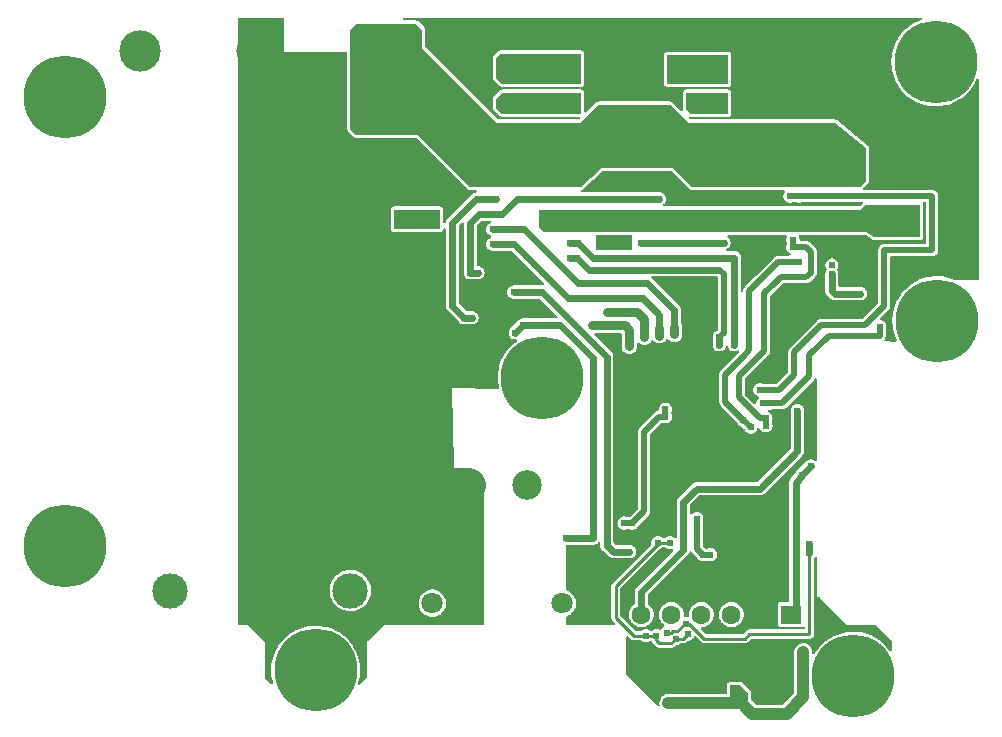
<source format=gbl>
G04 Layer: BottomLayer*
G04 EasyEDA v6.5.44, 2024-08-24 22:55:38*
G04 c584bd3c03fa4b5bb03f9f2b3921847a,c23a61fc8c4145e6967fd80801f93d45,10*
G04 Gerber Generator version 0.2*
G04 Scale: 100 percent, Rotated: No, Reflected: No *
G04 Dimensions in millimeters *
G04 leading zeros omitted , absolute positions ,4 integer and 5 decimal *
%FSLAX45Y45*%
%MOMM*%

%ADD10C,3.0000*%
%ADD11C,0.6000*%
%ADD12C,0.8000*%
%ADD13C,0.5000*%
%ADD14C,0.2540*%
%ADD15C,1.0000*%
%ADD16C,2.5000*%
%ADD17C,1.8000*%
%ADD18C,1.6000*%
%ADD19R,1.8000X1.6000*%
%ADD20C,4.0000*%
%ADD21C,3.5000*%
%ADD22R,3.0000X3.0000*%
%ADD23C,7.0000*%
%ADD24C,0.5000*%
%ADD25C,0.6200*%
%ADD26C,0.6100*%
%ADD27C,0.0109*%

%LPD*%
G36*
X5451144Y-1625092D02*
G01*
X5447030Y-1624228D01*
X5443626Y-1621739D01*
X5441492Y-1618132D01*
X5441035Y-1613916D01*
X5442305Y-1609902D01*
X5445099Y-1606753D01*
X5447792Y-1604772D01*
X5454446Y-1597812D01*
X5459831Y-1589836D01*
X5463844Y-1581048D01*
X5466232Y-1571701D01*
X5467096Y-1562100D01*
X5466232Y-1552498D01*
X5463844Y-1543151D01*
X5459831Y-1534363D01*
X5454446Y-1526387D01*
X5447792Y-1519428D01*
X5440019Y-1513687D01*
X5431383Y-1509318D01*
X5422188Y-1506524D01*
X5412638Y-1505254D01*
X5402986Y-1505712D01*
X5399582Y-1506169D01*
X5350002Y-1506169D01*
X5342229Y-1505254D01*
X5332577Y-1505712D01*
X5329174Y-1506169D01*
X4754778Y-1506169D01*
X4750612Y-1505305D01*
X4747209Y-1502765D01*
X4745126Y-1499057D01*
X4744720Y-1494840D01*
X4746091Y-1490827D01*
X4748987Y-1487678D01*
X4752898Y-1486052D01*
X4757420Y-1485188D01*
X4762754Y-1482852D01*
X4767834Y-1479092D01*
X4934864Y-1324000D01*
X4938064Y-1322019D01*
X4941773Y-1321308D01*
X5509564Y-1321308D01*
X5513425Y-1322070D01*
X5516727Y-1324305D01*
X5671058Y-1478635D01*
X5675833Y-1482445D01*
X5681065Y-1484934D01*
X5686704Y-1486204D01*
X5689904Y-1486408D01*
X6462268Y-1486408D01*
X6466535Y-1487373D01*
X6470040Y-1490014D01*
X6472072Y-1493926D01*
X6472275Y-1498346D01*
X6470548Y-1502410D01*
X6466281Y-1508506D01*
X6462115Y-1517396D01*
X6459575Y-1526895D01*
X6458712Y-1536700D01*
X6459575Y-1546504D01*
X6462115Y-1556004D01*
X6466281Y-1564894D01*
X6471920Y-1572920D01*
X6478879Y-1579880D01*
X6486906Y-1585518D01*
X6495796Y-1589684D01*
X6505295Y-1592224D01*
X6515100Y-1593088D01*
X6524904Y-1592224D01*
X6534404Y-1589684D01*
X6536740Y-1588566D01*
X6541058Y-1587601D01*
X6565341Y-1587601D01*
X6569659Y-1588566D01*
X6571996Y-1589684D01*
X6581495Y-1592224D01*
X6591300Y-1593088D01*
X6601104Y-1592224D01*
X6610603Y-1589684D01*
X6612940Y-1588566D01*
X6617258Y-1587601D01*
X7122871Y-1587601D01*
X7126986Y-1588465D01*
X7130389Y-1590954D01*
X7132523Y-1594561D01*
X7132980Y-1598726D01*
X7131710Y-1602740D01*
X7128967Y-1605889D01*
X7106056Y-1623060D01*
X7103211Y-1624584D01*
X7099960Y-1625092D01*
G37*

%LPD*%
G36*
X6113018Y-2345232D02*
G01*
X6108649Y-2345080D01*
X6104737Y-2343048D01*
X6102045Y-2339543D01*
X6101130Y-2335225D01*
X6101130Y-2057857D01*
X6100216Y-2047697D01*
X6097676Y-2038299D01*
X6093561Y-2029460D01*
X6087973Y-2021484D01*
X6081115Y-2014626D01*
X6073140Y-2009038D01*
X6064300Y-2004923D01*
X6054902Y-2002383D01*
X6044742Y-2001469D01*
X5983884Y-2001469D01*
X5979515Y-2000504D01*
X5975959Y-1997710D01*
X5973978Y-1993696D01*
X5973978Y-1989175D01*
X5975858Y-1985111D01*
X5979312Y-1982266D01*
X5986119Y-1978812D01*
X5993892Y-1973072D01*
X6000546Y-1966112D01*
X6005931Y-1958136D01*
X6009944Y-1949348D01*
X6012332Y-1940001D01*
X6013196Y-1930400D01*
X6012332Y-1920798D01*
X6009944Y-1911451D01*
X6005931Y-1902663D01*
X6000546Y-1894687D01*
X5993892Y-1887728D01*
X5991199Y-1885746D01*
X5988405Y-1882597D01*
X5987135Y-1878584D01*
X5987592Y-1874367D01*
X5989726Y-1870760D01*
X5993130Y-1868271D01*
X5997244Y-1867407D01*
X6479336Y-1867407D01*
X6483096Y-1868119D01*
X6486347Y-1870252D01*
X6488582Y-1873402D01*
X6489446Y-1877161D01*
X6488887Y-1880971D01*
X6485483Y-1890674D01*
X6483858Y-1900174D01*
X6483858Y-1909825D01*
X6485483Y-1919325D01*
X6488988Y-1929231D01*
X6489547Y-1932584D01*
X6489598Y-1940712D01*
X6488988Y-1944166D01*
X6485483Y-1954174D01*
X6483858Y-1963674D01*
X6483858Y-1973325D01*
X6485483Y-1982825D01*
X6488684Y-1991918D01*
X6493357Y-2000351D01*
X6499453Y-2007870D01*
X6506667Y-2014220D01*
X6518351Y-2021484D01*
X6520586Y-2024684D01*
X6521450Y-2028545D01*
X6520789Y-2032406D01*
X6518706Y-2035708D01*
X6515506Y-2037994D01*
X6511696Y-2038908D01*
X6507886Y-2039112D01*
X6498437Y-2041143D01*
X6491630Y-2043836D01*
X6487820Y-2044598D01*
X6413703Y-2044598D01*
X6409080Y-2044801D01*
X6404660Y-2045360D01*
X6400342Y-2046325D01*
X6396075Y-2047646D01*
X6392011Y-2049373D01*
X6388049Y-2051405D01*
X6384290Y-2053793D01*
X6380784Y-2056485D01*
X6377330Y-2059635D01*
X6224727Y-2212289D01*
X6144564Y-2294077D01*
X6139484Y-2297836D01*
X6133236Y-2304084D01*
X6128156Y-2311349D01*
X6124397Y-2319426D01*
X6122111Y-2327960D01*
X6121400Y-2336139D01*
X6120079Y-2340305D01*
X6117082Y-2343556D01*
G37*

%LPD*%
G36*
X7371638Y-2768600D02*
G01*
X7365542Y-2768092D01*
X7323023Y-2768092D01*
X7319111Y-2767330D01*
X7315809Y-2765094D01*
X7313625Y-2761843D01*
X7312863Y-2757932D01*
X7313625Y-2754020D01*
X7321194Y-2743200D01*
X7330084Y-2724404D01*
X7332624Y-2714904D01*
X7333488Y-2705100D01*
X7332624Y-2695295D01*
X7330084Y-2685796D01*
X7328966Y-2683459D01*
X7328001Y-2679141D01*
X7328001Y-2667558D01*
X7328966Y-2663240D01*
X7330084Y-2660904D01*
X7332624Y-2651404D01*
X7333488Y-2641600D01*
X7332624Y-2631795D01*
X7330084Y-2622296D01*
X7325918Y-2613406D01*
X7320280Y-2605379D01*
X7313320Y-2598420D01*
X7305294Y-2592781D01*
X7296403Y-2588615D01*
X7286548Y-2585974D01*
X7282789Y-2584094D01*
X7280148Y-2580792D01*
X7279030Y-2576728D01*
X7279690Y-2572562D01*
X7281976Y-2569006D01*
X7351064Y-2499969D01*
X7354214Y-2496515D01*
X7356906Y-2493010D01*
X7359294Y-2489250D01*
X7361326Y-2485288D01*
X7363053Y-2481224D01*
X7364374Y-2476957D01*
X7365339Y-2472639D01*
X7365898Y-2468219D01*
X7366101Y-2463596D01*
X7366101Y-2054961D01*
X7366863Y-2051100D01*
X7369098Y-2047798D01*
X7372400Y-2045563D01*
X7376261Y-2044801D01*
X7721142Y-2044801D01*
X7730439Y-2043988D01*
X7738973Y-2041702D01*
X7747050Y-2037943D01*
X7754315Y-2032863D01*
X7760563Y-2026615D01*
X7765643Y-2019350D01*
X7769402Y-2011273D01*
X7771688Y-2002739D01*
X7772501Y-1993442D01*
X7772501Y-1537157D01*
X7771688Y-1527860D01*
X7769402Y-1519326D01*
X7765643Y-1511249D01*
X7760563Y-1503984D01*
X7754315Y-1497736D01*
X7747050Y-1492656D01*
X7738973Y-1488897D01*
X7730439Y-1486611D01*
X7721142Y-1485798D01*
X7147864Y-1485798D01*
X7144003Y-1485036D01*
X7140702Y-1482801D01*
X7138466Y-1479499D01*
X7137704Y-1475638D01*
X7138466Y-1471726D01*
X7140702Y-1468424D01*
X7180935Y-1428242D01*
X7184745Y-1423466D01*
X7187234Y-1418234D01*
X7188504Y-1412595D01*
X7188708Y-1409395D01*
X7188708Y-1130858D01*
X7188047Y-1124762D01*
X7186168Y-1119276D01*
X7183120Y-1114348D01*
X7178649Y-1109827D01*
X6912864Y-894638D01*
X6907479Y-891184D01*
X6902043Y-889253D01*
X6895490Y-888492D01*
X5678322Y-888492D01*
X5674614Y-887780D01*
X5671413Y-885799D01*
X5666790Y-881532D01*
X5664403Y-878179D01*
X5663539Y-874166D01*
X5664352Y-870102D01*
X5666689Y-866749D01*
X5670194Y-864565D01*
X5674258Y-863955D01*
X5677204Y-864108D01*
X5993841Y-864108D01*
X6000140Y-863396D01*
X6005626Y-861466D01*
X6010503Y-858418D01*
X6014618Y-854303D01*
X6017666Y-849426D01*
X6019596Y-843940D01*
X6020308Y-837641D01*
X6020308Y-660958D01*
X6019596Y-654659D01*
X6017666Y-649173D01*
X6014618Y-644296D01*
X6010503Y-640181D01*
X6005626Y-637133D01*
X6000140Y-635203D01*
X5993841Y-634492D01*
X5639358Y-634492D01*
X5633059Y-635203D01*
X5627573Y-637133D01*
X5622696Y-640181D01*
X5618581Y-644296D01*
X5615533Y-649173D01*
X5613603Y-654659D01*
X5612892Y-660958D01*
X5612892Y-799795D01*
X5613044Y-802843D01*
X5614111Y-807821D01*
X5614060Y-812038D01*
X5612333Y-815898D01*
X5609132Y-818743D01*
X5605119Y-820013D01*
X5600903Y-819505D01*
X5597245Y-817321D01*
X5515559Y-741984D01*
X5510326Y-738733D01*
X5504840Y-736803D01*
X5498541Y-736092D01*
X4900726Y-736142D01*
X4894630Y-737260D01*
X4889347Y-739597D01*
X4884216Y-743356D01*
X4792776Y-827786D01*
X4789424Y-829818D01*
X4785614Y-830478D01*
X4781804Y-829614D01*
X4778603Y-827379D01*
X4776470Y-824128D01*
X4775708Y-820318D01*
X4775708Y-660958D01*
X4774996Y-654659D01*
X4773066Y-649173D01*
X4770018Y-644296D01*
X4765903Y-640181D01*
X4761026Y-637133D01*
X4755540Y-635203D01*
X4749241Y-634492D01*
X4077004Y-634492D01*
X4070959Y-635152D01*
X4065473Y-637082D01*
X4060545Y-640181D01*
X4058158Y-642264D01*
X4007764Y-692658D01*
X4003954Y-697433D01*
X4001465Y-702665D01*
X4000195Y-708304D01*
X3999992Y-711504D01*
X3999992Y-787095D01*
X4000652Y-793140D01*
X4002582Y-798626D01*
X4005681Y-803554D01*
X4007764Y-805942D01*
X4058158Y-856335D01*
X4062933Y-860145D01*
X4068165Y-862634D01*
X4073804Y-863904D01*
X4077004Y-864108D01*
X4727397Y-864108D01*
X4731359Y-864920D01*
X4734661Y-867156D01*
X4736846Y-870559D01*
X4737557Y-874521D01*
X4736642Y-878484D01*
X4734306Y-881735D01*
X4729886Y-885799D01*
X4726686Y-887780D01*
X4722977Y-888492D01*
X4053535Y-888492D01*
X4049674Y-887730D01*
X4046372Y-885494D01*
X3432505Y-271627D01*
X3430270Y-268325D01*
X3429508Y-264464D01*
X3429508Y-127304D01*
X3428847Y-121259D01*
X3426917Y-115773D01*
X3423818Y-110845D01*
X3421735Y-108458D01*
X3371342Y-58064D01*
X3366566Y-54254D01*
X3361334Y-51765D01*
X3355695Y-50495D01*
X3352495Y-50292D01*
X3251098Y-50292D01*
X3247288Y-49530D01*
X3244037Y-47447D01*
X3241802Y-44297D01*
X3240938Y-40487D01*
X3240786Y-36423D01*
X3241446Y-32461D01*
X3243630Y-29006D01*
X3246983Y-26720D01*
X3250946Y-25908D01*
X7621879Y-25908D01*
X7625842Y-26720D01*
X7629144Y-29006D01*
X7631328Y-32359D01*
X7632039Y-36372D01*
X7631125Y-40284D01*
X7628737Y-43535D01*
X7625283Y-45618D01*
X7610856Y-50800D01*
X7586014Y-61722D01*
X7562037Y-74472D01*
X7539024Y-88849D01*
X7517130Y-104902D01*
X7496454Y-122478D01*
X7477099Y-141478D01*
X7459116Y-161848D01*
X7442708Y-183489D01*
X7427874Y-206197D01*
X7414768Y-229971D01*
X7403338Y-254558D01*
X7393736Y-279958D01*
X7386015Y-305968D01*
X7380173Y-332486D01*
X7376312Y-359359D01*
X7374331Y-386435D01*
X7374331Y-413562D01*
X7376312Y-440639D01*
X7380173Y-467512D01*
X7386015Y-494030D01*
X7393736Y-520039D01*
X7403338Y-545439D01*
X7414768Y-570026D01*
X7427874Y-593801D01*
X7442708Y-616508D01*
X7459116Y-638149D01*
X7477099Y-658520D01*
X7496454Y-677519D01*
X7517130Y-695096D01*
X7539024Y-711149D01*
X7562037Y-725525D01*
X7586014Y-738276D01*
X7610856Y-749198D01*
X7636408Y-758342D01*
X7662570Y-765606D01*
X7689189Y-770940D01*
X7716113Y-774344D01*
X7743190Y-775817D01*
X7770317Y-775360D01*
X7797342Y-772922D01*
X7824165Y-768502D01*
X7850530Y-762203D01*
X7876438Y-753973D01*
X7901635Y-743966D01*
X7926070Y-732129D01*
X7949590Y-718566D01*
X7972044Y-703326D01*
X7993329Y-686511D01*
X8013395Y-668172D01*
X8032038Y-648462D01*
X8049259Y-627481D01*
X8064855Y-605282D01*
X8078876Y-582066D01*
X8091119Y-557834D01*
X8095284Y-548030D01*
X8097469Y-544728D01*
X8100771Y-542544D01*
X8104682Y-541782D01*
X8108543Y-542544D01*
X8111845Y-544779D01*
X8114030Y-548081D01*
X8114792Y-551942D01*
X8114792Y-2237740D01*
X8114030Y-2241651D01*
X8111794Y-2244902D01*
X8108543Y-2247138D01*
X8104631Y-2247900D01*
X7915859Y-2247900D01*
X7912100Y-2247188D01*
X7886141Y-2236774D01*
X7860284Y-2228596D01*
X7833868Y-2222296D01*
X7807096Y-2217877D01*
X7780070Y-2215438D01*
X7752892Y-2214981D01*
X7725816Y-2216454D01*
X7698892Y-2219858D01*
X7672273Y-2225192D01*
X7646111Y-2232456D01*
X7620558Y-2241600D01*
X7595717Y-2252522D01*
X7571740Y-2265273D01*
X7548727Y-2279650D01*
X7526832Y-2295702D01*
X7506157Y-2313279D01*
X7486802Y-2332278D01*
X7468870Y-2352649D01*
X7452410Y-2374290D01*
X7437628Y-2396998D01*
X7424470Y-2420772D01*
X7413040Y-2445359D01*
X7403490Y-2470759D01*
X7395768Y-2496769D01*
X7389926Y-2523286D01*
X7386015Y-2550160D01*
X7384034Y-2577236D01*
X7384034Y-2604363D01*
X7386015Y-2631440D01*
X7389926Y-2658313D01*
X7395768Y-2684830D01*
X7403490Y-2710840D01*
X7413040Y-2736240D01*
X7421372Y-2754172D01*
X7422286Y-2758135D01*
X7421625Y-2762097D01*
X7419441Y-2765501D01*
X7416139Y-2767787D01*
X7412177Y-2768600D01*
G37*

%LPC*%
G36*
X5474258Y-610108D02*
G01*
X5993841Y-610108D01*
X6000140Y-609396D01*
X6005626Y-607466D01*
X6010503Y-604418D01*
X6014618Y-600303D01*
X6017666Y-595426D01*
X6019596Y-589940D01*
X6020308Y-583641D01*
X6020308Y-343458D01*
X6019596Y-337159D01*
X6017666Y-331673D01*
X6014618Y-326796D01*
X6010503Y-322681D01*
X6005626Y-319633D01*
X6000140Y-317703D01*
X5993841Y-316992D01*
X5474258Y-316992D01*
X5467959Y-317703D01*
X5462473Y-319633D01*
X5457596Y-322681D01*
X5453481Y-326796D01*
X5450433Y-331673D01*
X5448503Y-337159D01*
X5447792Y-343458D01*
X5447792Y-583641D01*
X5448503Y-589940D01*
X5450433Y-595426D01*
X5453481Y-600303D01*
X5457596Y-604418D01*
X5462473Y-607466D01*
X5467959Y-609396D01*
G37*
G36*
X4077004Y-610108D02*
G01*
X4749241Y-610108D01*
X4755540Y-609396D01*
X4761026Y-607466D01*
X4765903Y-604418D01*
X4770018Y-600303D01*
X4773066Y-595426D01*
X4774996Y-589940D01*
X4775708Y-583641D01*
X4775708Y-330758D01*
X4774996Y-324459D01*
X4773066Y-318973D01*
X4770018Y-314096D01*
X4765903Y-309981D01*
X4761026Y-306933D01*
X4755540Y-305003D01*
X4749241Y-304292D01*
X4064304Y-304292D01*
X4058259Y-304952D01*
X4052773Y-306882D01*
X4047845Y-309981D01*
X4045458Y-312064D01*
X4007764Y-349758D01*
X4003954Y-354533D01*
X4001465Y-359765D01*
X4000195Y-365404D01*
X3999992Y-368604D01*
X3999992Y-533095D01*
X4000652Y-539140D01*
X4002582Y-544626D01*
X4005681Y-549554D01*
X4007764Y-551942D01*
X4058158Y-602335D01*
X4062933Y-606145D01*
X4068165Y-608634D01*
X4073804Y-609904D01*
G37*

%LPD*%
G36*
X6219698Y-3298951D02*
G01*
X6215938Y-3298139D01*
X6212789Y-3296005D01*
X6137198Y-3220364D01*
X6134963Y-3217113D01*
X6134201Y-3213201D01*
X6134201Y-3086252D01*
X6134963Y-3082340D01*
X6137198Y-3079038D01*
X6335064Y-2880918D01*
X6338163Y-2877515D01*
X6340906Y-2873959D01*
X6343294Y-2870250D01*
X6345326Y-2866288D01*
X6347002Y-2862224D01*
X6348374Y-2857957D01*
X6349339Y-2853639D01*
X6349898Y-2849219D01*
X6350101Y-2844596D01*
X6350101Y-2385466D01*
X6350914Y-2381504D01*
X6353200Y-2378202D01*
X6424168Y-2309266D01*
X6457289Y-2276144D01*
X6460540Y-2273909D01*
X6464452Y-2273147D01*
X6654850Y-2273147D01*
X6659473Y-2272944D01*
X6663893Y-2272385D01*
X6668211Y-2271420D01*
X6672478Y-2270099D01*
X6676542Y-2268372D01*
X6680504Y-2266340D01*
X6684264Y-2263952D01*
X6687769Y-2261260D01*
X6691223Y-2258110D01*
X6728764Y-2220569D01*
X6731914Y-2217115D01*
X6734606Y-2213610D01*
X6736994Y-2209850D01*
X6739026Y-2205888D01*
X6740753Y-2201824D01*
X6742074Y-2197557D01*
X6743039Y-2193239D01*
X6743598Y-2188819D01*
X6743801Y-2184196D01*
X6743801Y-2006803D01*
X6743598Y-2002180D01*
X6743039Y-1997760D01*
X6742074Y-1993442D01*
X6740753Y-1989175D01*
X6739026Y-1985111D01*
X6736994Y-1981149D01*
X6734606Y-1977389D01*
X6731914Y-1973884D01*
X6728764Y-1970430D01*
X6690969Y-1932635D01*
X6687515Y-1929485D01*
X6684009Y-1926793D01*
X6680250Y-1924405D01*
X6676288Y-1922373D01*
X6672224Y-1920646D01*
X6667957Y-1919325D01*
X6663639Y-1918360D01*
X6659219Y-1917801D01*
X6654596Y-1917598D01*
X6607352Y-1917598D01*
X6603288Y-1916734D01*
X6599885Y-1914296D01*
X6597751Y-1910740D01*
X6597243Y-1906574D01*
X6597396Y-1905000D01*
X6596532Y-1895398D01*
X6594144Y-1886051D01*
X6592163Y-1881733D01*
X6591300Y-1877822D01*
X6591960Y-1873859D01*
X6594144Y-1870456D01*
X6597497Y-1868220D01*
X6601459Y-1867407D01*
X7152792Y-1867407D01*
X7155535Y-1867763D01*
X7158024Y-1868881D01*
X7214768Y-1902764D01*
X7220559Y-1904796D01*
X7226858Y-1905507D01*
X7619441Y-1905507D01*
X7625740Y-1904796D01*
X7631226Y-1902866D01*
X7636103Y-1899818D01*
X7640218Y-1895703D01*
X7643266Y-1890826D01*
X7645196Y-1885340D01*
X7645908Y-1879041D01*
X7645908Y-1613458D01*
X7645196Y-1607159D01*
X7643063Y-1601114D01*
X7642504Y-1597304D01*
X7643418Y-1593545D01*
X7645653Y-1590446D01*
X7648905Y-1588363D01*
X7652664Y-1587601D01*
X7660538Y-1587601D01*
X7664399Y-1588363D01*
X7667701Y-1590598D01*
X7669936Y-1593900D01*
X7670698Y-1597761D01*
X7670698Y-1932838D01*
X7669936Y-1936699D01*
X7667701Y-1940001D01*
X7664399Y-1942236D01*
X7660538Y-1942998D01*
X7315657Y-1942998D01*
X7306360Y-1943811D01*
X7297826Y-1946097D01*
X7289749Y-1949856D01*
X7282484Y-1954936D01*
X7276236Y-1961184D01*
X7271156Y-1968449D01*
X7267397Y-1976526D01*
X7265111Y-1985060D01*
X7264298Y-1994357D01*
X7264298Y-2438501D01*
X7263536Y-2442413D01*
X7261301Y-2445664D01*
X7131964Y-2575001D01*
X7128713Y-2577236D01*
X7124801Y-2577998D01*
X6782003Y-2577998D01*
X6777380Y-2578201D01*
X6772960Y-2578760D01*
X6768642Y-2579725D01*
X6764375Y-2581046D01*
X6760311Y-2582773D01*
X6756349Y-2584805D01*
X6752590Y-2587193D01*
X6749084Y-2589885D01*
X6745630Y-2593035D01*
X6517335Y-2821330D01*
X6514185Y-2824784D01*
X6511493Y-2828290D01*
X6509105Y-2832049D01*
X6507073Y-2836011D01*
X6505346Y-2840075D01*
X6504025Y-2844342D01*
X6503060Y-2848660D01*
X6502501Y-2853080D01*
X6502298Y-2857703D01*
X6502298Y-3022701D01*
X6501536Y-3026613D01*
X6499301Y-3029864D01*
X6408064Y-3121101D01*
X6404813Y-3123336D01*
X6400901Y-3124098D01*
X6287058Y-3124098D01*
X6282740Y-3123133D01*
X6280404Y-3122015D01*
X6270904Y-3119475D01*
X6261100Y-3118612D01*
X6251295Y-3119475D01*
X6241796Y-3122015D01*
X6232906Y-3126181D01*
X6224879Y-3131820D01*
X6217920Y-3138779D01*
X6212281Y-3146806D01*
X6208115Y-3155696D01*
X6205575Y-3165195D01*
X6204712Y-3175000D01*
X6205575Y-3184804D01*
X6208115Y-3194304D01*
X6212281Y-3203194D01*
X6217920Y-3211220D01*
X6224879Y-3218180D01*
X6232906Y-3223818D01*
X6241796Y-3227984D01*
X6245809Y-3229051D01*
X6249568Y-3230930D01*
X6252210Y-3234232D01*
X6253327Y-3238296D01*
X6252667Y-3242513D01*
X6250330Y-3246018D01*
X6243320Y-3253079D01*
X6237681Y-3261106D01*
X6233515Y-3269996D01*
X6230975Y-3279495D01*
X6230112Y-3289706D01*
X6229045Y-3293364D01*
X6226708Y-3296412D01*
X6223457Y-3298342D01*
G37*

%LPC*%
G36*
X7035800Y-2418588D02*
G01*
X7041540Y-2418130D01*
X7106259Y-2418130D01*
X7112000Y-2418588D01*
X7121804Y-2417724D01*
X7131303Y-2415184D01*
X7140194Y-2411018D01*
X7148220Y-2405380D01*
X7155180Y-2398420D01*
X7160818Y-2390394D01*
X7164984Y-2381504D01*
X7167524Y-2372004D01*
X7168388Y-2362200D01*
X7167524Y-2352395D01*
X7164984Y-2342896D01*
X7160818Y-2334006D01*
X7155180Y-2325979D01*
X7148220Y-2319020D01*
X7140194Y-2313381D01*
X7131303Y-2309215D01*
X7121804Y-2306675D01*
X7112000Y-2305812D01*
X7106259Y-2306269D01*
X7041540Y-2306269D01*
X7035800Y-2305812D01*
X7030059Y-2306269D01*
X6936790Y-2306269D01*
X6932879Y-2305507D01*
X6929577Y-2303322D01*
X6927392Y-2300020D01*
X6926630Y-2296109D01*
X6926630Y-2202840D01*
X6927088Y-2197100D01*
X6926224Y-2187295D01*
X6923684Y-2177796D01*
X6919518Y-2168906D01*
X6916674Y-2164842D01*
X6915048Y-2161032D01*
X6915048Y-2156968D01*
X6916674Y-2153158D01*
X6919518Y-2149094D01*
X6923684Y-2140204D01*
X6926224Y-2130704D01*
X6927088Y-2120900D01*
X6926224Y-2111095D01*
X6923684Y-2101596D01*
X6919518Y-2092706D01*
X6913880Y-2084679D01*
X6906920Y-2077720D01*
X6898894Y-2072081D01*
X6890003Y-2067915D01*
X6880504Y-2065375D01*
X6870700Y-2064512D01*
X6860895Y-2065375D01*
X6851396Y-2067915D01*
X6842506Y-2072081D01*
X6834479Y-2077720D01*
X6827520Y-2084679D01*
X6821881Y-2092706D01*
X6817715Y-2101596D01*
X6815175Y-2111095D01*
X6814312Y-2120900D01*
X6815175Y-2130704D01*
X6817715Y-2140204D01*
X6821881Y-2149094D01*
X6824725Y-2153158D01*
X6826351Y-2156968D01*
X6826351Y-2161032D01*
X6824725Y-2164842D01*
X6821881Y-2168906D01*
X6817715Y-2177796D01*
X6815175Y-2187295D01*
X6814312Y-2197100D01*
X6814769Y-2202840D01*
X6814769Y-2336596D01*
X6815023Y-2341676D01*
X6815632Y-2346502D01*
X6816699Y-2351278D01*
X6818172Y-2355900D01*
X6820052Y-2360422D01*
X6822287Y-2364740D01*
X6824929Y-2368854D01*
X6827875Y-2372715D01*
X6831330Y-2376474D01*
X6856425Y-2401570D01*
X6860184Y-2405024D01*
X6864045Y-2407970D01*
X6868159Y-2410612D01*
X6872478Y-2412847D01*
X6876999Y-2414727D01*
X6881622Y-2416200D01*
X6886397Y-2417267D01*
X6891223Y-2417876D01*
X6896303Y-2418130D01*
X7030059Y-2418130D01*
G37*

%LPD*%
G36*
X5811418Y-5244592D02*
G01*
X5807506Y-5243830D01*
X5804204Y-5241594D01*
X5765393Y-5202783D01*
X5763260Y-5199634D01*
X5762447Y-5195824D01*
X5763107Y-5192064D01*
X5765088Y-5188762D01*
X5768187Y-5186476D01*
X5771946Y-5185460D01*
X5779617Y-5185003D01*
X5793181Y-5182260D01*
X5806338Y-5177840D01*
X5818733Y-5171694D01*
X5830265Y-5164023D01*
X5840679Y-5154879D01*
X5849823Y-5144465D01*
X5857494Y-5132933D01*
X5863640Y-5120538D01*
X5868060Y-5107381D01*
X5870803Y-5093817D01*
X5871667Y-5080000D01*
X5870803Y-5066182D01*
X5868060Y-5052618D01*
X5863640Y-5039461D01*
X5857494Y-5027066D01*
X5849823Y-5015534D01*
X5840679Y-5005120D01*
X5830265Y-4995976D01*
X5818733Y-4988306D01*
X5806338Y-4982159D01*
X5793181Y-4977739D01*
X5779617Y-4974996D01*
X5765800Y-4974132D01*
X5751982Y-4974996D01*
X5738418Y-4977739D01*
X5725261Y-4982159D01*
X5712866Y-4988306D01*
X5701334Y-4995976D01*
X5690920Y-5005120D01*
X5681776Y-5015534D01*
X5674106Y-5027066D01*
X5667959Y-5039461D01*
X5663539Y-5052618D01*
X5660796Y-5066182D01*
X5659932Y-5080000D01*
X5660542Y-5089652D01*
X5659882Y-5094020D01*
X5657342Y-5097729D01*
X5653532Y-5099964D01*
X5649112Y-5100370D01*
X5641238Y-5099354D01*
X5631586Y-5099812D01*
X5629351Y-5100269D01*
X5625592Y-5100370D01*
X5622086Y-5099100D01*
X5619242Y-5096662D01*
X5617514Y-5093360D01*
X5617057Y-5089652D01*
X5617667Y-5080000D01*
X5616803Y-5066182D01*
X5614060Y-5052618D01*
X5609640Y-5039461D01*
X5603494Y-5027066D01*
X5595823Y-5015534D01*
X5586679Y-5005120D01*
X5576265Y-4995976D01*
X5564733Y-4988306D01*
X5552338Y-4982159D01*
X5539181Y-4977739D01*
X5525617Y-4974996D01*
X5511800Y-4974132D01*
X5497982Y-4974996D01*
X5484418Y-4977739D01*
X5471261Y-4982159D01*
X5458866Y-4988306D01*
X5447334Y-4995976D01*
X5436920Y-5005120D01*
X5427776Y-5015534D01*
X5420106Y-5027066D01*
X5413959Y-5039461D01*
X5409539Y-5052618D01*
X5406796Y-5066182D01*
X5405932Y-5080000D01*
X5406796Y-5093817D01*
X5409539Y-5107381D01*
X5413959Y-5120538D01*
X5420106Y-5132933D01*
X5427776Y-5144465D01*
X5436920Y-5154879D01*
X5447334Y-5164023D01*
X5448858Y-5164988D01*
X5451805Y-5168087D01*
X5453278Y-5172100D01*
X5452922Y-5176316D01*
X5450890Y-5180076D01*
X5447487Y-5182666D01*
X5445506Y-5183581D01*
X5437479Y-5189220D01*
X5430520Y-5196179D01*
X5424322Y-5205018D01*
X5421833Y-5207508D01*
X5418632Y-5208981D01*
X5415127Y-5209286D01*
X5411724Y-5208371D01*
X5404104Y-5204815D01*
X5394604Y-5202275D01*
X5384800Y-5201412D01*
X5374995Y-5202275D01*
X5365496Y-5204815D01*
X5356606Y-5208981D01*
X5344261Y-5217871D01*
X5340350Y-5218633D01*
X5336438Y-5217871D01*
X5324094Y-5208981D01*
X5315204Y-5204815D01*
X5305704Y-5202275D01*
X5295900Y-5201412D01*
X5289448Y-5202021D01*
X5285282Y-5201513D01*
X5282133Y-5199634D01*
X5280609Y-5202123D01*
X5277408Y-5204460D01*
X5267706Y-5208981D01*
X5259679Y-5214620D01*
X5258054Y-5216194D01*
X5254752Y-5218430D01*
X5250891Y-5219192D01*
X5214518Y-5219192D01*
X5210606Y-5218430D01*
X5207304Y-5216194D01*
X5083505Y-5092395D01*
X5081270Y-5089093D01*
X5080508Y-5085181D01*
X5080508Y-4858918D01*
X5081270Y-4855006D01*
X5083505Y-4851704D01*
X5408117Y-4527092D01*
X5410200Y-4525467D01*
X5412638Y-4524502D01*
X5416804Y-4523384D01*
X5425694Y-4519218D01*
X5433720Y-4513580D01*
X5435346Y-4512005D01*
X5438648Y-4509770D01*
X5442508Y-4509008D01*
X5454091Y-4509008D01*
X5457952Y-4509770D01*
X5461254Y-4512005D01*
X5462879Y-4513580D01*
X5470906Y-4519218D01*
X5479796Y-4523384D01*
X5489295Y-4525924D01*
X5499100Y-4526788D01*
X5508904Y-4525924D01*
X5517946Y-4523486D01*
X5522315Y-4523282D01*
X5526379Y-4524959D01*
X5529376Y-4528210D01*
X5530697Y-4532426D01*
X5530088Y-4536795D01*
X5527751Y-4540504D01*
X5218430Y-4849825D01*
X5214975Y-4853584D01*
X5212029Y-4857445D01*
X5209387Y-4861560D01*
X5207152Y-4865878D01*
X5205272Y-4870399D01*
X5203799Y-4875022D01*
X5202732Y-4879797D01*
X5202123Y-4884623D01*
X5201869Y-4889703D01*
X5201869Y-4984851D01*
X5201361Y-4988102D01*
X5199786Y-4991049D01*
X5197398Y-4993284D01*
X5193334Y-4995976D01*
X5182920Y-5005120D01*
X5173776Y-5015534D01*
X5166106Y-5027066D01*
X5159959Y-5039461D01*
X5155539Y-5052618D01*
X5152796Y-5066182D01*
X5151932Y-5080000D01*
X5152796Y-5093817D01*
X5155539Y-5107381D01*
X5159959Y-5120538D01*
X5166106Y-5132933D01*
X5173776Y-5144465D01*
X5182920Y-5154879D01*
X5193334Y-5164023D01*
X5204866Y-5171694D01*
X5217261Y-5177840D01*
X5230418Y-5182260D01*
X5243982Y-5185003D01*
X5257800Y-5185867D01*
X5272278Y-5184952D01*
X5276392Y-5185511D01*
X5279491Y-5187442D01*
X5281676Y-5184394D01*
X5285282Y-5182260D01*
X5298338Y-5177840D01*
X5310733Y-5171694D01*
X5322265Y-5164023D01*
X5332679Y-5154879D01*
X5341823Y-5144465D01*
X5349494Y-5132933D01*
X5355640Y-5120538D01*
X5360060Y-5107381D01*
X5362803Y-5093817D01*
X5363667Y-5080000D01*
X5362803Y-5066182D01*
X5360060Y-5052618D01*
X5355640Y-5039461D01*
X5349494Y-5027066D01*
X5341823Y-5015534D01*
X5332679Y-5005120D01*
X5322265Y-4995976D01*
X5318201Y-4993284D01*
X5315813Y-4991049D01*
X5314238Y-4988102D01*
X5313730Y-4984851D01*
X5313730Y-4916881D01*
X5314492Y-4912969D01*
X5316677Y-4909667D01*
X5652770Y-4573574D01*
X5656224Y-4569815D01*
X5659170Y-4565954D01*
X5661812Y-4561840D01*
X5664047Y-4557522D01*
X5666587Y-4550968D01*
X5668822Y-4547108D01*
X5672480Y-4544568D01*
X5676900Y-4543856D01*
X5681167Y-4545126D01*
X5684520Y-4548073D01*
X5688787Y-4554016D01*
X5691835Y-4557369D01*
X5724042Y-4589526D01*
X5726074Y-4592421D01*
X5729681Y-4600194D01*
X5735320Y-4608220D01*
X5742279Y-4615180D01*
X5750306Y-4620818D01*
X5759196Y-4624984D01*
X5768695Y-4627524D01*
X5778500Y-4628388D01*
X5788304Y-4627524D01*
X5797804Y-4624984D01*
X5800140Y-4623866D01*
X5804458Y-4622901D01*
X5816041Y-4622901D01*
X5820359Y-4623866D01*
X5822696Y-4624984D01*
X5832195Y-4627524D01*
X5842000Y-4628388D01*
X5851804Y-4627524D01*
X5861304Y-4624984D01*
X5870194Y-4620818D01*
X5878220Y-4615180D01*
X5885180Y-4608220D01*
X5890818Y-4600194D01*
X5894984Y-4591304D01*
X5897524Y-4581804D01*
X5898388Y-4572000D01*
X5897524Y-4562195D01*
X5894984Y-4552696D01*
X5890818Y-4543806D01*
X5885180Y-4535779D01*
X5878220Y-4528820D01*
X5870194Y-4523181D01*
X5861304Y-4519015D01*
X5851804Y-4516475D01*
X5842000Y-4515612D01*
X5832195Y-4516475D01*
X5822696Y-4519015D01*
X5820359Y-4520133D01*
X5816041Y-4521098D01*
X5804458Y-4521098D01*
X5800140Y-4520133D01*
X5796026Y-4517542D01*
X5781598Y-4503064D01*
X5779363Y-4499813D01*
X5778601Y-4495901D01*
X5778601Y-4356658D01*
X5779566Y-4352340D01*
X5780684Y-4350004D01*
X5783224Y-4340504D01*
X5784088Y-4330700D01*
X5783224Y-4320895D01*
X5780684Y-4311396D01*
X5779566Y-4309059D01*
X5778601Y-4304741D01*
X5778601Y-4293158D01*
X5779566Y-4288840D01*
X5780684Y-4286504D01*
X5783224Y-4277004D01*
X5784088Y-4267200D01*
X5783224Y-4257395D01*
X5780684Y-4247896D01*
X5776518Y-4239006D01*
X5770880Y-4230979D01*
X5763920Y-4224020D01*
X5755894Y-4218381D01*
X5747004Y-4214215D01*
X5737504Y-4211675D01*
X5727700Y-4210812D01*
X5717895Y-4211675D01*
X5708396Y-4214215D01*
X5699506Y-4218381D01*
X5691479Y-4224020D01*
X5686653Y-4228846D01*
X5683351Y-4231030D01*
X5679490Y-4231792D01*
X5675579Y-4231030D01*
X5672277Y-4228846D01*
X5670092Y-4225544D01*
X5669330Y-4221632D01*
X5669330Y-4154881D01*
X5670092Y-4150969D01*
X5672277Y-4147667D01*
X5747867Y-4072077D01*
X5751169Y-4069892D01*
X5755081Y-4069130D01*
X6260896Y-4069130D01*
X6265976Y-4068876D01*
X6270802Y-4068267D01*
X6275578Y-4067200D01*
X6280200Y-4065727D01*
X6284722Y-4063847D01*
X6289040Y-4061612D01*
X6293154Y-4058970D01*
X6297015Y-4056024D01*
X6300774Y-4052570D01*
X6617970Y-3735374D01*
X6621424Y-3731615D01*
X6624370Y-3727754D01*
X6627012Y-3723640D01*
X6629247Y-3719322D01*
X6631127Y-3714800D01*
X6632600Y-3710178D01*
X6633667Y-3705402D01*
X6634276Y-3700576D01*
X6634530Y-3695496D01*
X6634530Y-3440480D01*
X6635445Y-3429000D01*
X6634530Y-3417519D01*
X6634530Y-3364280D01*
X6635496Y-3352800D01*
X6634632Y-3343198D01*
X6632244Y-3333851D01*
X6628231Y-3325063D01*
X6622846Y-3317087D01*
X6616192Y-3310128D01*
X6608419Y-3304387D01*
X6599783Y-3300018D01*
X6590588Y-3297224D01*
X6581038Y-3295954D01*
X6571386Y-3296412D01*
X6561937Y-3298444D01*
X6552996Y-3302000D01*
X6544767Y-3307079D01*
X6537553Y-3313429D01*
X6531457Y-3320948D01*
X6526784Y-3329381D01*
X6523583Y-3338474D01*
X6521957Y-3347974D01*
X6521957Y-3357626D01*
X6522669Y-3362909D01*
X6522669Y-3418890D01*
X6521957Y-3424174D01*
X6521957Y-3433826D01*
X6522669Y-3439109D01*
X6522669Y-3668318D01*
X6521907Y-3672230D01*
X6519722Y-3675532D01*
X6240932Y-3954322D01*
X6237630Y-3956507D01*
X6233718Y-3957269D01*
X5727903Y-3957269D01*
X5722823Y-3957523D01*
X5717997Y-3958132D01*
X5713222Y-3959199D01*
X5708599Y-3960672D01*
X5704078Y-3962552D01*
X5699760Y-3964787D01*
X5695645Y-3967429D01*
X5691784Y-3970375D01*
X5688025Y-3973829D01*
X5574030Y-4087825D01*
X5570575Y-4091584D01*
X5567629Y-4095445D01*
X5564987Y-4099560D01*
X5562752Y-4103878D01*
X5560872Y-4108399D01*
X5559399Y-4113022D01*
X5558332Y-4117797D01*
X5557723Y-4122623D01*
X5557469Y-4127703D01*
X5557469Y-4424832D01*
X5556707Y-4428744D01*
X5554522Y-4432046D01*
X5551220Y-4434230D01*
X5547309Y-4434992D01*
X5543448Y-4434230D01*
X5540146Y-4432046D01*
X5535320Y-4427220D01*
X5527294Y-4421581D01*
X5518404Y-4417415D01*
X5508904Y-4414875D01*
X5499100Y-4414012D01*
X5489295Y-4414875D01*
X5479796Y-4417415D01*
X5470906Y-4421581D01*
X5462879Y-4427220D01*
X5461254Y-4428794D01*
X5457952Y-4431030D01*
X5454091Y-4431792D01*
X5442508Y-4431792D01*
X5438648Y-4431030D01*
X5435346Y-4428794D01*
X5433720Y-4427220D01*
X5425694Y-4421581D01*
X5416804Y-4417415D01*
X5407304Y-4414875D01*
X5397500Y-4414012D01*
X5387695Y-4414875D01*
X5378196Y-4417415D01*
X5369306Y-4421581D01*
X5361279Y-4427220D01*
X5354320Y-4434179D01*
X5348681Y-4442206D01*
X5344515Y-4451096D01*
X5341975Y-4460595D01*
X5341112Y-4470400D01*
X5341874Y-4478985D01*
X5341315Y-4483354D01*
X5338927Y-4487062D01*
X5014976Y-4811064D01*
X5009845Y-4817262D01*
X5006289Y-4823968D01*
X5004104Y-4831181D01*
X5003292Y-4839208D01*
X5003292Y-5104892D01*
X5004104Y-5112918D01*
X5006289Y-5120132D01*
X5009845Y-5126837D01*
X5014976Y-5133035D01*
X5032959Y-5151069D01*
X5035143Y-5154320D01*
X5035905Y-5158232D01*
X5035143Y-5162143D01*
X5032959Y-5165394D01*
X5029657Y-5167630D01*
X5025745Y-5168392D01*
X4632960Y-5168392D01*
X4629048Y-5167630D01*
X4625797Y-5165394D01*
X4623562Y-5162143D01*
X4622800Y-5158232D01*
X4622800Y-5100878D01*
X4623612Y-5096916D01*
X4625848Y-5093614D01*
X4629200Y-5091430D01*
X4637938Y-5087975D01*
X4650689Y-5080965D01*
X4662474Y-5072380D01*
X4673041Y-5062423D01*
X4682337Y-5051196D01*
X4690160Y-5038953D01*
X4696358Y-5025745D01*
X4700828Y-5011928D01*
X4703572Y-4997602D01*
X4704486Y-4983124D01*
X4703572Y-4968595D01*
X4700828Y-4954270D01*
X4696358Y-4940452D01*
X4690160Y-4927295D01*
X4682337Y-4915001D01*
X4673041Y-4903774D01*
X4662474Y-4893818D01*
X4650689Y-4885232D01*
X4637938Y-4878222D01*
X4629200Y-4874818D01*
X4625848Y-4872583D01*
X4623612Y-4869281D01*
X4622800Y-4865370D01*
X4622800Y-4498390D01*
X4623562Y-4494479D01*
X4625797Y-4491177D01*
X4629048Y-4488992D01*
X4632960Y-4488230D01*
X4688382Y-4488230D01*
X4691786Y-4488688D01*
X4701438Y-4489145D01*
X4709210Y-4488230D01*
X4850942Y-4488230D01*
X4861102Y-4487316D01*
X4870500Y-4484776D01*
X4879340Y-4480661D01*
X4887315Y-4475073D01*
X4892446Y-4469942D01*
X4895748Y-4467758D01*
X4899609Y-4466996D01*
X4903520Y-4467758D01*
X4906822Y-4469942D01*
X4909007Y-4473244D01*
X4909769Y-4477156D01*
X4909820Y-4496765D01*
X4910937Y-4506772D01*
X4913680Y-4516120D01*
X4917998Y-4524857D01*
X4923739Y-4532680D01*
X4931105Y-4539742D01*
X4993995Y-4590034D01*
X5001209Y-4594961D01*
X5010099Y-4599076D01*
X5019497Y-4601616D01*
X5029657Y-4602530D01*
X5082082Y-4602530D01*
X5085486Y-4602988D01*
X5095138Y-4603445D01*
X5102910Y-4602530D01*
X5145582Y-4602530D01*
X5148986Y-4602988D01*
X5158638Y-4603445D01*
X5168188Y-4602175D01*
X5177383Y-4599381D01*
X5186019Y-4595012D01*
X5193792Y-4589272D01*
X5200446Y-4582312D01*
X5205831Y-4574336D01*
X5209844Y-4565548D01*
X5212232Y-4556201D01*
X5213096Y-4546600D01*
X5212232Y-4536998D01*
X5209844Y-4527651D01*
X5205831Y-4518863D01*
X5200446Y-4510887D01*
X5193792Y-4503928D01*
X5186019Y-4498187D01*
X5177383Y-4493818D01*
X5168188Y-4491024D01*
X5158638Y-4489754D01*
X5148986Y-4490212D01*
X5145582Y-4490669D01*
X5102910Y-4490669D01*
X5095138Y-4489754D01*
X5085486Y-4490212D01*
X5082082Y-4490669D01*
X5052364Y-4490669D01*
X5049012Y-4490110D01*
X5046014Y-4488484D01*
X5025440Y-4471974D01*
X5022596Y-4468469D01*
X5021630Y-4464050D01*
X5021630Y-2895803D01*
X5021376Y-2890723D01*
X5020767Y-2885897D01*
X5019700Y-2881122D01*
X5018227Y-2876499D01*
X5016347Y-2871978D01*
X5014112Y-2867660D01*
X5011470Y-2863545D01*
X5008524Y-2859684D01*
X5005070Y-2855925D01*
X4861306Y-2712161D01*
X4859121Y-2708859D01*
X4858359Y-2704947D01*
X4859121Y-2701086D01*
X4861306Y-2697784D01*
X4864608Y-2695600D01*
X4868519Y-2694787D01*
X5080152Y-2694787D01*
X5084013Y-2695600D01*
X5087315Y-2697784D01*
X5089499Y-2701086D01*
X5090312Y-2704947D01*
X5090312Y-2806293D01*
X5091125Y-2817012D01*
X5093563Y-2827070D01*
X5097526Y-2836621D01*
X5102910Y-2845409D01*
X5109616Y-2853283D01*
X5117490Y-2859989D01*
X5126278Y-2865374D01*
X5135829Y-2869336D01*
X5145887Y-2871774D01*
X5156200Y-2872587D01*
X5166512Y-2871774D01*
X5176570Y-2869336D01*
X5186121Y-2865374D01*
X5194909Y-2859989D01*
X5202783Y-2853283D01*
X5209489Y-2845409D01*
X5214874Y-2836621D01*
X5218836Y-2827070D01*
X5221274Y-2817012D01*
X5222087Y-2806293D01*
X5222087Y-2786735D01*
X5222849Y-2782976D01*
X5224881Y-2779725D01*
X5228031Y-2777490D01*
X5231739Y-2776575D01*
X5235549Y-2777083D01*
X5238851Y-2779014D01*
X5244490Y-2783789D01*
X5253278Y-2789174D01*
X5262829Y-2793136D01*
X5272887Y-2795574D01*
X5283200Y-2796387D01*
X5293512Y-2795574D01*
X5303570Y-2793136D01*
X5313121Y-2789174D01*
X5321909Y-2783789D01*
X5329783Y-2777083D01*
X5336489Y-2769209D01*
X5342229Y-2759811D01*
X5344820Y-2757017D01*
X5348224Y-2755341D01*
X5352034Y-2755036D01*
X5355640Y-2756154D01*
X5358638Y-2758541D01*
X5363616Y-2764383D01*
X5371490Y-2771089D01*
X5380278Y-2776474D01*
X5389829Y-2780436D01*
X5399887Y-2782874D01*
X5410200Y-2783687D01*
X5420512Y-2782874D01*
X5430570Y-2780436D01*
X5440121Y-2776474D01*
X5448909Y-2771089D01*
X5456783Y-2764383D01*
X5463489Y-2756509D01*
X5468620Y-2748178D01*
X5471160Y-2745384D01*
X5474614Y-2743708D01*
X5478424Y-2743403D01*
X5482031Y-2744520D01*
X5485028Y-2746908D01*
X5490159Y-2753004D01*
X5498033Y-2759760D01*
X5506821Y-2765196D01*
X5516321Y-2769209D01*
X5526379Y-2771648D01*
X5536692Y-2772511D01*
X5547004Y-2771749D01*
X5557062Y-2769362D01*
X5566613Y-2765450D01*
X5575452Y-2760065D01*
X5583326Y-2753410D01*
X5590082Y-2745536D01*
X5595518Y-2736748D01*
X5599531Y-2727248D01*
X5601970Y-2717190D01*
X5602833Y-2706471D01*
X5603087Y-2642260D01*
X5602325Y-2631541D01*
X5599938Y-2621483D01*
X5596026Y-2611932D01*
X5593334Y-2606751D01*
X5592978Y-2604008D01*
X5593130Y-2502204D01*
X5592876Y-2497023D01*
X5592267Y-2492298D01*
X5591200Y-2487422D01*
X5589778Y-2482850D01*
X5587847Y-2478278D01*
X5585663Y-2474010D01*
X5582970Y-2469845D01*
X5580075Y-2466035D01*
X5576570Y-2462225D01*
X5346801Y-2232558D01*
X5344414Y-2229307D01*
X5343499Y-2225344D01*
X5344210Y-2221382D01*
X5346395Y-2217978D01*
X5349697Y-2215692D01*
X5353659Y-2214930D01*
X5895238Y-2214930D01*
X5899099Y-2215692D01*
X5902401Y-2217877D01*
X5904636Y-2221179D01*
X5905398Y-2225090D01*
X5905398Y-2667101D01*
X5904636Y-2671013D01*
X5901385Y-2675280D01*
X5898032Y-2677566D01*
X5892596Y-2679700D01*
X5884367Y-2684780D01*
X5877153Y-2691130D01*
X5871057Y-2698648D01*
X5866384Y-2707081D01*
X5863183Y-2716174D01*
X5861558Y-2725674D01*
X5861558Y-2735326D01*
X5862269Y-2740609D01*
X5862269Y-2783890D01*
X5861558Y-2789174D01*
X5861558Y-2798826D01*
X5863183Y-2808325D01*
X5866384Y-2817418D01*
X5871057Y-2825851D01*
X5877153Y-2833370D01*
X5884367Y-2839720D01*
X5892596Y-2844800D01*
X5901537Y-2848356D01*
X5910986Y-2850388D01*
X5920638Y-2850845D01*
X5930188Y-2849575D01*
X5939383Y-2846781D01*
X5948019Y-2842412D01*
X5955792Y-2836672D01*
X5962446Y-2829712D01*
X5967831Y-2821736D01*
X5971946Y-2812491D01*
X5973876Y-2808681D01*
X5977178Y-2805988D01*
X5981344Y-2804922D01*
X5985560Y-2805633D01*
X5989116Y-2808020D01*
X5991352Y-2811678D01*
X5993384Y-2817418D01*
X5998057Y-2825851D01*
X6004153Y-2833370D01*
X6011367Y-2839720D01*
X6019596Y-2844800D01*
X6028537Y-2848356D01*
X6037986Y-2850388D01*
X6047638Y-2850845D01*
X6057188Y-2849575D01*
X6066383Y-2846781D01*
X6074003Y-2842920D01*
X6077915Y-2841853D01*
X6081877Y-2842412D01*
X6085382Y-2844444D01*
X6087770Y-2847695D01*
X6088735Y-2851607D01*
X6088075Y-2855620D01*
X6084874Y-2860141D01*
X5933135Y-3011830D01*
X5929985Y-3015284D01*
X5927293Y-3018790D01*
X5924905Y-3022549D01*
X5922873Y-3026511D01*
X5921146Y-3030575D01*
X5919825Y-3034842D01*
X5918860Y-3039160D01*
X5918301Y-3043580D01*
X5918098Y-3048203D01*
X5918098Y-3276396D01*
X5918301Y-3281019D01*
X5918860Y-3285439D01*
X5919825Y-3289757D01*
X5921146Y-3294024D01*
X5922873Y-3298088D01*
X5924905Y-3302050D01*
X5927293Y-3305810D01*
X5929985Y-3309315D01*
X5933135Y-3312769D01*
X6066180Y-3445764D01*
X6068568Y-3449574D01*
X6069584Y-3452418D01*
X6074257Y-3460851D01*
X6080353Y-3468370D01*
X6087567Y-3474720D01*
X6095796Y-3479800D01*
X6101232Y-3481933D01*
X6104585Y-3484219D01*
X6129680Y-3509264D01*
X6132068Y-3513074D01*
X6133084Y-3515918D01*
X6137757Y-3524351D01*
X6143853Y-3531870D01*
X6151067Y-3538220D01*
X6159296Y-3543300D01*
X6168237Y-3546856D01*
X6177686Y-3548887D01*
X6187338Y-3549345D01*
X6196888Y-3548075D01*
X6206083Y-3545281D01*
X6214719Y-3540912D01*
X6222492Y-3535172D01*
X6229146Y-3528212D01*
X6234531Y-3520236D01*
X6238544Y-3511448D01*
X6240526Y-3503676D01*
X6242456Y-3499865D01*
X6245809Y-3497173D01*
X6249924Y-3496106D01*
X6254140Y-3496818D01*
X6257696Y-3499205D01*
X6264757Y-3511651D01*
X6270853Y-3519170D01*
X6278067Y-3525520D01*
X6286296Y-3530600D01*
X6295237Y-3534156D01*
X6304686Y-3536187D01*
X6314338Y-3536645D01*
X6323888Y-3535375D01*
X6333083Y-3532581D01*
X6341719Y-3528212D01*
X6349492Y-3522472D01*
X6356146Y-3515512D01*
X6361531Y-3507536D01*
X6365544Y-3498748D01*
X6367932Y-3489401D01*
X6368796Y-3479800D01*
X6367932Y-3470198D01*
X6365544Y-3460851D01*
X6363716Y-3456838D01*
X6362801Y-3452672D01*
X6362801Y-3443427D01*
X6363716Y-3439261D01*
X6365544Y-3435248D01*
X6367932Y-3425901D01*
X6368796Y-3416300D01*
X6367932Y-3406698D01*
X6365544Y-3397351D01*
X6361531Y-3388563D01*
X6356146Y-3380587D01*
X6349492Y-3373628D01*
X6341719Y-3367887D01*
X6333896Y-3363925D01*
X6330746Y-3361486D01*
X6328816Y-3357981D01*
X6328359Y-3354070D01*
X6329426Y-3350209D01*
X6331915Y-3347110D01*
X6335420Y-3345179D01*
X6339382Y-3344722D01*
X6350000Y-3345687D01*
X6359804Y-3344824D01*
X6369304Y-3342284D01*
X6371640Y-3341166D01*
X6375958Y-3340201D01*
X6451396Y-3340201D01*
X6456019Y-3339998D01*
X6460439Y-3339439D01*
X6464757Y-3338474D01*
X6469024Y-3337153D01*
X6473088Y-3335426D01*
X6477050Y-3333394D01*
X6480810Y-3331006D01*
X6484315Y-3328314D01*
X6487769Y-3325164D01*
X6716064Y-3096869D01*
X6719214Y-3093415D01*
X6721856Y-3089960D01*
X6724903Y-3085033D01*
X6727901Y-3081883D01*
X6731965Y-3080308D01*
X6736334Y-3080613D01*
X6740144Y-3082645D01*
X6742785Y-3086100D01*
X6743700Y-3090367D01*
X6743700Y-3769614D01*
X6742734Y-3773982D01*
X6739991Y-3777487D01*
X6736029Y-3779469D01*
X6731558Y-3779621D01*
X6727494Y-3777792D01*
X6722719Y-3774287D01*
X6714083Y-3769918D01*
X6704888Y-3767124D01*
X6695338Y-3765854D01*
X6685686Y-3766312D01*
X6676237Y-3768344D01*
X6667296Y-3771900D01*
X6659067Y-3776979D01*
X6651853Y-3783329D01*
X6645808Y-3790696D01*
X6584950Y-3851554D01*
X6575653Y-3859529D01*
X6569557Y-3867048D01*
X6566763Y-3871874D01*
X6522466Y-3927195D01*
X6517538Y-3934409D01*
X6513423Y-3943299D01*
X6510883Y-3952697D01*
X6509969Y-3962857D01*
X6509969Y-4963922D01*
X6509207Y-4967833D01*
X6507022Y-4971135D01*
X6503720Y-4973320D01*
X6499809Y-4974082D01*
X6438392Y-4974082D01*
X6432042Y-4974793D01*
X6426606Y-4976723D01*
X6421678Y-4979771D01*
X6417614Y-4983886D01*
X6414516Y-4988763D01*
X6412585Y-4994249D01*
X6411874Y-5000548D01*
X6411874Y-5159451D01*
X6412585Y-5165750D01*
X6414516Y-5171236D01*
X6417614Y-5176113D01*
X6421678Y-5180228D01*
X6426606Y-5183276D01*
X6432042Y-5185206D01*
X6438392Y-5185918D01*
X6617208Y-5185918D01*
X6623558Y-5185206D01*
X6628079Y-5183632D01*
X6631889Y-5183073D01*
X6635648Y-5183936D01*
X6638798Y-5186172D01*
X6640880Y-5189423D01*
X6641592Y-5193182D01*
X6641592Y-5196332D01*
X6640830Y-5200243D01*
X6638594Y-5203494D01*
X6635343Y-5205730D01*
X6631431Y-5206492D01*
X6172708Y-5206492D01*
X6164681Y-5207304D01*
X6157468Y-5209489D01*
X6150762Y-5213045D01*
X6144564Y-5218176D01*
X6121095Y-5241594D01*
X6117793Y-5243830D01*
X6113881Y-5244592D01*
G37*

%LPC*%
G36*
X6019800Y-5185867D02*
G01*
X6033617Y-5185003D01*
X6047181Y-5182260D01*
X6060338Y-5177840D01*
X6072733Y-5171694D01*
X6084265Y-5164023D01*
X6094679Y-5154879D01*
X6103823Y-5144465D01*
X6111494Y-5132933D01*
X6117640Y-5120538D01*
X6122060Y-5107381D01*
X6124803Y-5093817D01*
X6125667Y-5080000D01*
X6124803Y-5066182D01*
X6122060Y-5052618D01*
X6117640Y-5039461D01*
X6111494Y-5027066D01*
X6103823Y-5015534D01*
X6094679Y-5005120D01*
X6084265Y-4995976D01*
X6072733Y-4988306D01*
X6060338Y-4982159D01*
X6047181Y-4977739D01*
X6033617Y-4974996D01*
X6019800Y-4974132D01*
X6005982Y-4974996D01*
X5992418Y-4977739D01*
X5979261Y-4982159D01*
X5966866Y-4988306D01*
X5955334Y-4995976D01*
X5944920Y-5005120D01*
X5935776Y-5015534D01*
X5928106Y-5027066D01*
X5921959Y-5039461D01*
X5917539Y-5052618D01*
X5914796Y-5066182D01*
X5913932Y-5080000D01*
X5914796Y-5093817D01*
X5917539Y-5107381D01*
X5921959Y-5120538D01*
X5928106Y-5132933D01*
X5935776Y-5144465D01*
X5944920Y-5154879D01*
X5955334Y-5164023D01*
X5966866Y-5171694D01*
X5979261Y-5177840D01*
X5992418Y-5182260D01*
X6005982Y-5185003D01*
G37*
G36*
X5111851Y-4361688D02*
G01*
X5121656Y-4360824D01*
X5131155Y-4358284D01*
X5133543Y-4357166D01*
X5137810Y-4356201D01*
X5155641Y-4356201D01*
X5159959Y-4357166D01*
X5162296Y-4358284D01*
X5171795Y-4360824D01*
X5181600Y-4361688D01*
X5191404Y-4360824D01*
X5200904Y-4358284D01*
X5209794Y-4354118D01*
X5217820Y-4348480D01*
X5224780Y-4341520D01*
X5230418Y-4333494D01*
X5234025Y-4325721D01*
X5236057Y-4322826D01*
X5319064Y-4239869D01*
X5322214Y-4236415D01*
X5324906Y-4232910D01*
X5327294Y-4229150D01*
X5329326Y-4225188D01*
X5331053Y-4221124D01*
X5332374Y-4216857D01*
X5333339Y-4212539D01*
X5333898Y-4208119D01*
X5334101Y-4203496D01*
X5334101Y-3555898D01*
X5334863Y-3551986D01*
X5337098Y-3548735D01*
X5428183Y-3457651D01*
X5431586Y-3455365D01*
X5435650Y-3454654D01*
X5439664Y-3455619D01*
X5441696Y-3456584D01*
X5451195Y-3459124D01*
X5461000Y-3459987D01*
X5470804Y-3459124D01*
X5480304Y-3456584D01*
X5489194Y-3452418D01*
X5497220Y-3446779D01*
X5504180Y-3439820D01*
X5509818Y-3431794D01*
X5513984Y-3422904D01*
X5516524Y-3413404D01*
X5517388Y-3403600D01*
X5516524Y-3393795D01*
X5513984Y-3384296D01*
X5512866Y-3381959D01*
X5511901Y-3377641D01*
X5511901Y-3367938D01*
X5512866Y-3363671D01*
X5513984Y-3361283D01*
X5516524Y-3351784D01*
X5517388Y-3341979D01*
X5516524Y-3332226D01*
X5513984Y-3322726D01*
X5509818Y-3313785D01*
X5504180Y-3305759D01*
X5497220Y-3298799D01*
X5489194Y-3293160D01*
X5480304Y-3288995D01*
X5470804Y-3286455D01*
X5461000Y-3285642D01*
X5451195Y-3286455D01*
X5441696Y-3288995D01*
X5432806Y-3293160D01*
X5424779Y-3298799D01*
X5417820Y-3305759D01*
X5412181Y-3313785D01*
X5408015Y-3322726D01*
X5405475Y-3332226D01*
X5404612Y-3341979D01*
X5404510Y-3347110D01*
X5403088Y-3350260D01*
X5400700Y-3352698D01*
X5397652Y-3354273D01*
X5392775Y-3355797D01*
X5388711Y-3357473D01*
X5384749Y-3359505D01*
X5380990Y-3361893D01*
X5377484Y-3364585D01*
X5374030Y-3367735D01*
X5247335Y-3494430D01*
X5244185Y-3497884D01*
X5241493Y-3501390D01*
X5239105Y-3505149D01*
X5237073Y-3509111D01*
X5235346Y-3513175D01*
X5234025Y-3517442D01*
X5233060Y-3521760D01*
X5232501Y-3526180D01*
X5232298Y-3530803D01*
X5232298Y-4178401D01*
X5231536Y-4182313D01*
X5229301Y-4185564D01*
X5164074Y-4250842D01*
X5159959Y-4253433D01*
X5155641Y-4254398D01*
X5137810Y-4254398D01*
X5133543Y-4253433D01*
X5131155Y-4252315D01*
X5121656Y-4249775D01*
X5111851Y-4248912D01*
X5102098Y-4249775D01*
X5092598Y-4252315D01*
X5083657Y-4256481D01*
X5075631Y-4262120D01*
X5068671Y-4269079D01*
X5063032Y-4277106D01*
X5058867Y-4285996D01*
X5056327Y-4295495D01*
X5055514Y-4305300D01*
X5056327Y-4315104D01*
X5058867Y-4324604D01*
X5063032Y-4333494D01*
X5068671Y-4341520D01*
X5075631Y-4348480D01*
X5083657Y-4354118D01*
X5092598Y-4358284D01*
X5102098Y-4360824D01*
G37*

%LPD*%
G36*
X2866847Y-5676341D02*
G01*
X2862580Y-5674868D01*
X2859379Y-5671718D01*
X2857855Y-5667502D01*
X2858312Y-5663031D01*
X2860294Y-5657088D01*
X2867101Y-5630773D01*
X2871978Y-5604103D01*
X2874924Y-5577128D01*
X2875889Y-5550001D01*
X2874924Y-5522874D01*
X2871978Y-5495899D01*
X2867101Y-5469178D01*
X2860294Y-5442915D01*
X2851658Y-5417159D01*
X2841142Y-5392166D01*
X2828848Y-5367934D01*
X2814878Y-5344668D01*
X2799232Y-5322519D01*
X2782062Y-5301488D01*
X2763367Y-5281777D01*
X2743352Y-5263489D01*
X2722016Y-5246674D01*
X2699562Y-5231434D01*
X2676042Y-5217871D01*
X2651658Y-5206034D01*
X2626410Y-5195976D01*
X2600553Y-5187797D01*
X2574137Y-5181498D01*
X2547366Y-5177078D01*
X2520340Y-5174640D01*
X2493213Y-5174132D01*
X2466086Y-5175605D01*
X2439162Y-5179060D01*
X2412542Y-5184394D01*
X2386431Y-5191658D01*
X2360828Y-5200802D01*
X2336038Y-5211724D01*
X2312009Y-5224424D01*
X2289048Y-5238851D01*
X2267153Y-5254904D01*
X2246426Y-5272481D01*
X2227072Y-5291480D01*
X2209139Y-5311851D01*
X2192731Y-5333441D01*
X2177897Y-5356199D01*
X2164740Y-5379923D01*
X2153361Y-5404561D01*
X2143760Y-5429961D01*
X2136038Y-5455970D01*
X2130196Y-5482488D01*
X2126284Y-5509361D01*
X2124354Y-5536438D01*
X2124354Y-5563565D01*
X2126284Y-5590641D01*
X2130196Y-5617514D01*
X2136038Y-5643981D01*
X2140153Y-5657951D01*
X2140458Y-5662371D01*
X2138832Y-5666486D01*
X2135632Y-5669534D01*
X2131415Y-5670956D01*
X2126996Y-5670397D01*
X2123236Y-5668010D01*
X2073605Y-5618327D01*
X2071370Y-5615025D01*
X2070607Y-5611164D01*
X2070607Y-5321706D01*
X2070303Y-5317896D01*
X2068271Y-5310835D01*
X2065528Y-5305958D01*
X2062734Y-5302707D01*
X1936292Y-5176266D01*
X1933397Y-5173776D01*
X1926945Y-5170220D01*
X1921560Y-5168696D01*
X1917293Y-5168392D01*
X1851660Y-5168392D01*
X1847748Y-5167630D01*
X1844497Y-5165394D01*
X1842262Y-5162143D01*
X1841500Y-5158232D01*
X1841500Y-36068D01*
X1842262Y-32156D01*
X1844497Y-28905D01*
X1847748Y-26670D01*
X1851660Y-25908D01*
X2225040Y-25908D01*
X2228951Y-26670D01*
X2232202Y-28905D01*
X2234438Y-32156D01*
X2235200Y-36068D01*
X2235200Y-316484D01*
X2236216Y-317500D01*
X2757932Y-317500D01*
X2761843Y-318262D01*
X2765094Y-320497D01*
X2767330Y-323748D01*
X2768092Y-327660D01*
X2768092Y-964895D01*
X2768752Y-970940D01*
X2770682Y-976426D01*
X2773781Y-981354D01*
X2775864Y-983742D01*
X2826258Y-1034135D01*
X2831033Y-1037945D01*
X2836265Y-1040434D01*
X2841904Y-1041704D01*
X2845104Y-1041908D01*
X3350564Y-1041908D01*
X3354425Y-1042669D01*
X3357727Y-1044905D01*
X3791458Y-1478635D01*
X3796233Y-1482445D01*
X3801465Y-1484934D01*
X3807104Y-1486204D01*
X3810304Y-1486408D01*
X3852875Y-1486408D01*
X3857091Y-1487322D01*
X3860596Y-1489964D01*
X3862628Y-1493774D01*
X3862933Y-1498092D01*
X3861358Y-1502156D01*
X3858310Y-1505153D01*
X3854196Y-1506626D01*
X3851097Y-1507032D01*
X3846322Y-1508099D01*
X3841699Y-1509572D01*
X3837178Y-1511452D01*
X3832860Y-1513687D01*
X3828745Y-1516329D01*
X3824884Y-1519275D01*
X3821125Y-1522730D01*
X3618229Y-1725625D01*
X3614775Y-1729384D01*
X3611829Y-1733245D01*
X3609187Y-1737360D01*
X3606952Y-1741678D01*
X3605072Y-1746199D01*
X3603599Y-1750822D01*
X3602532Y-1755597D01*
X3602126Y-1758696D01*
X3600653Y-1762810D01*
X3597656Y-1765858D01*
X3593592Y-1767433D01*
X3589274Y-1767128D01*
X3585464Y-1765096D01*
X3582822Y-1761642D01*
X3581908Y-1757375D01*
X3581908Y-1651558D01*
X3581196Y-1645259D01*
X3579266Y-1639773D01*
X3576218Y-1634896D01*
X3572103Y-1630781D01*
X3567226Y-1627733D01*
X3561740Y-1625803D01*
X3555441Y-1625092D01*
X3162858Y-1625092D01*
X3156559Y-1625803D01*
X3151073Y-1627733D01*
X3146196Y-1630781D01*
X3142081Y-1634896D01*
X3139033Y-1639773D01*
X3137103Y-1645259D01*
X3136392Y-1651558D01*
X3136392Y-1815541D01*
X3137103Y-1821840D01*
X3139033Y-1827326D01*
X3142081Y-1832203D01*
X3146196Y-1836318D01*
X3151073Y-1839366D01*
X3156559Y-1841296D01*
X3162858Y-1842007D01*
X3555441Y-1842007D01*
X3561740Y-1841296D01*
X3567226Y-1839366D01*
X3572103Y-1836318D01*
X3576218Y-1832203D01*
X3579266Y-1827326D01*
X3581196Y-1821840D01*
X3581450Y-1819706D01*
X3582822Y-1815592D01*
X3585870Y-1812442D01*
X3589934Y-1810816D01*
X3594252Y-1811070D01*
X3598113Y-1813102D01*
X3600754Y-1816607D01*
X3601669Y-1820875D01*
X3601669Y-2463596D01*
X3601923Y-2468676D01*
X3602532Y-2473502D01*
X3603599Y-2478278D01*
X3605072Y-2482900D01*
X3606952Y-2487422D01*
X3609187Y-2491740D01*
X3611829Y-2495854D01*
X3614775Y-2499715D01*
X3618229Y-2503474D01*
X3712108Y-2597404D01*
X3718153Y-2604770D01*
X3725367Y-2611120D01*
X3733596Y-2616200D01*
X3742537Y-2619756D01*
X3751986Y-2621788D01*
X3761638Y-2622245D01*
X3769410Y-2621330D01*
X3812082Y-2621330D01*
X3815486Y-2621788D01*
X3825138Y-2622245D01*
X3834688Y-2620975D01*
X3843883Y-2618181D01*
X3852519Y-2613812D01*
X3860292Y-2608072D01*
X3866946Y-2601112D01*
X3872331Y-2593136D01*
X3876344Y-2584348D01*
X3878732Y-2575001D01*
X3879596Y-2565400D01*
X3878732Y-2555798D01*
X3876344Y-2546451D01*
X3872331Y-2537663D01*
X3866946Y-2529687D01*
X3860292Y-2522728D01*
X3852519Y-2516987D01*
X3843883Y-2512618D01*
X3834688Y-2509824D01*
X3825138Y-2508554D01*
X3815486Y-2509012D01*
X3812082Y-2509469D01*
X3786581Y-2509469D01*
X3782669Y-2508707D01*
X3779367Y-2506522D01*
X3716477Y-2443632D01*
X3714292Y-2440330D01*
X3713530Y-2436418D01*
X3713530Y-1792681D01*
X3714292Y-1788769D01*
X3716477Y-1785467D01*
X3736746Y-1765198D01*
X3740048Y-1763014D01*
X3743909Y-1762252D01*
X3747820Y-1763014D01*
X3751122Y-1765198D01*
X3753307Y-1768500D01*
X3754069Y-1772412D01*
X3754069Y-2174290D01*
X3753358Y-2179574D01*
X3753358Y-2189226D01*
X3754983Y-2198725D01*
X3758184Y-2207818D01*
X3762857Y-2216251D01*
X3768953Y-2223770D01*
X3776167Y-2230120D01*
X3784396Y-2235200D01*
X3793337Y-2238756D01*
X3802786Y-2240788D01*
X3812438Y-2241245D01*
X3820210Y-2240330D01*
X3862882Y-2240330D01*
X3866286Y-2240788D01*
X3875938Y-2241245D01*
X3885488Y-2239975D01*
X3894683Y-2237181D01*
X3903319Y-2232812D01*
X3911092Y-2227072D01*
X3917746Y-2220112D01*
X3923131Y-2212136D01*
X3927144Y-2203348D01*
X3929532Y-2194001D01*
X3930396Y-2184400D01*
X3929532Y-2174798D01*
X3927144Y-2165451D01*
X3923131Y-2156663D01*
X3917746Y-2148687D01*
X3911092Y-2141728D01*
X3903319Y-2135987D01*
X3894683Y-2131618D01*
X3885488Y-2128824D01*
X3874820Y-2127504D01*
X3871315Y-2126386D01*
X3868470Y-2124151D01*
X3866591Y-2121001D01*
X3865930Y-2117394D01*
X3865930Y-1792681D01*
X3866692Y-1788769D01*
X3868877Y-1785467D01*
X3906367Y-1747977D01*
X3909669Y-1745792D01*
X3913581Y-1745030D01*
X3972915Y-1745030D01*
X3976827Y-1745792D01*
X3980129Y-1748028D01*
X3982313Y-1751330D01*
X3983075Y-1755241D01*
X3982262Y-1759102D01*
X3980027Y-1762404D01*
X3976674Y-1764588D01*
X3974896Y-1765300D01*
X3966667Y-1770380D01*
X3959453Y-1776730D01*
X3953357Y-1784248D01*
X3948684Y-1792681D01*
X3945483Y-1801774D01*
X3943858Y-1811274D01*
X3943858Y-1820925D01*
X3945483Y-1830425D01*
X3948684Y-1839518D01*
X3953357Y-1847951D01*
X3959453Y-1855470D01*
X3966667Y-1861820D01*
X3974896Y-1866900D01*
X3983075Y-1870151D01*
X3986428Y-1872386D01*
X3988663Y-1875688D01*
X3989476Y-1879600D01*
X3988663Y-1883511D01*
X3986428Y-1886813D01*
X3983075Y-1889048D01*
X3974896Y-1892300D01*
X3966667Y-1897380D01*
X3959453Y-1903730D01*
X3953357Y-1911248D01*
X3948684Y-1919681D01*
X3945483Y-1928774D01*
X3943858Y-1938274D01*
X3943858Y-1947925D01*
X3945483Y-1957425D01*
X3948684Y-1966518D01*
X3953357Y-1974951D01*
X3959453Y-1982470D01*
X3966667Y-1988820D01*
X3974896Y-1993900D01*
X3983837Y-1997456D01*
X3993286Y-1999488D01*
X4002938Y-1999945D01*
X4010710Y-1999030D01*
X4053382Y-1999030D01*
X4056786Y-1999488D01*
X4066438Y-1999945D01*
X4074210Y-1999030D01*
X4150918Y-1999030D01*
X4154830Y-1999792D01*
X4158132Y-2001977D01*
X4432655Y-2276500D01*
X4434890Y-2279904D01*
X4435602Y-2283866D01*
X4434738Y-2287778D01*
X4432452Y-2291080D01*
X4428998Y-2293213D01*
X4424984Y-2293823D01*
X4419346Y-2293569D01*
X4252010Y-2293569D01*
X4244238Y-2292654D01*
X4234586Y-2293112D01*
X4231182Y-2293569D01*
X4188510Y-2293569D01*
X4180738Y-2292654D01*
X4171086Y-2293112D01*
X4161637Y-2295144D01*
X4152696Y-2298700D01*
X4144467Y-2303780D01*
X4137253Y-2310130D01*
X4131157Y-2317648D01*
X4126484Y-2326081D01*
X4123283Y-2335174D01*
X4121658Y-2344674D01*
X4121658Y-2354326D01*
X4123283Y-2363825D01*
X4126484Y-2372918D01*
X4131157Y-2381351D01*
X4137253Y-2388870D01*
X4144467Y-2395220D01*
X4152696Y-2400300D01*
X4161637Y-2403856D01*
X4171086Y-2405888D01*
X4180738Y-2406345D01*
X4188510Y-2405430D01*
X4231182Y-2405430D01*
X4234586Y-2405888D01*
X4244238Y-2406345D01*
X4252010Y-2405430D01*
X4392218Y-2405430D01*
X4396130Y-2406192D01*
X4399432Y-2408377D01*
X4546701Y-2555646D01*
X4548886Y-2558948D01*
X4549648Y-2562809D01*
X4548886Y-2566720D01*
X4546701Y-2570022D01*
X4543399Y-2572207D01*
X4539488Y-2572969D01*
X4264710Y-2572969D01*
X4256938Y-2572054D01*
X4247286Y-2572512D01*
X4237837Y-2574544D01*
X4228896Y-2578100D01*
X4220667Y-2583180D01*
X4213453Y-2589530D01*
X4207408Y-2596896D01*
X4159250Y-2645054D01*
X4149953Y-2653030D01*
X4143857Y-2660548D01*
X4139184Y-2668981D01*
X4135983Y-2678074D01*
X4134358Y-2687574D01*
X4134358Y-2697226D01*
X4135983Y-2706725D01*
X4139184Y-2715818D01*
X4143857Y-2724251D01*
X4149953Y-2731770D01*
X4157167Y-2738120D01*
X4165396Y-2743200D01*
X4174337Y-2746756D01*
X4183786Y-2748788D01*
X4198772Y-2749499D01*
X4202582Y-2751734D01*
X4205122Y-2755392D01*
X4205833Y-2759760D01*
X4204563Y-2764028D01*
X4201668Y-2767380D01*
X4186732Y-2778302D01*
X4166057Y-2795879D01*
X4146702Y-2814878D01*
X4128770Y-2835249D01*
X4112310Y-2856890D01*
X4097477Y-2879598D01*
X4084370Y-2903372D01*
X4072940Y-2927959D01*
X4063390Y-2953359D01*
X4055618Y-2979369D01*
X4049776Y-3005886D01*
X4045915Y-3032760D01*
X4043934Y-3059836D01*
X4043934Y-3086963D01*
X4045915Y-3114040D01*
X4049776Y-3140913D01*
X4052925Y-3155035D01*
X4053027Y-3158642D01*
X4051909Y-3162096D01*
X4049572Y-3164941D01*
X4046423Y-3166770D01*
X4042867Y-3167380D01*
X3658666Y-3162300D01*
X3657600Y-3163316D01*
X3670300Y-3834384D01*
X3671265Y-3835400D01*
X3806494Y-3835400D01*
X3809796Y-3835958D01*
X3812743Y-3837533D01*
X3920388Y-3921251D01*
X3922471Y-3923487D01*
X3923842Y-3926230D01*
X3924300Y-3929278D01*
X3924300Y-5158232D01*
X3923537Y-5162143D01*
X3921302Y-5165394D01*
X3918051Y-5167630D01*
X3914140Y-5168392D01*
X3090773Y-5168392D01*
X3087217Y-5168646D01*
X3080156Y-5170678D01*
X3075178Y-5173370D01*
X3072130Y-5175910D01*
X2941370Y-5302402D01*
X2938678Y-5305450D01*
X2935122Y-5311851D01*
X2934004Y-5315204D01*
X2933192Y-5321909D01*
X2933192Y-5611164D01*
X2932430Y-5615025D01*
X2930194Y-5618327D01*
X2875127Y-5673445D01*
X2871317Y-5675833D01*
G37*

%LPC*%
G36*
X3481324Y-5098745D02*
G01*
X3495852Y-5098745D01*
X3510279Y-5096916D01*
X3524402Y-5093309D01*
X3537915Y-5087975D01*
X3550665Y-5080965D01*
X3562451Y-5072380D01*
X3573068Y-5062423D01*
X3582365Y-5051196D01*
X3590137Y-5038953D01*
X3596335Y-5025745D01*
X3600856Y-5011928D01*
X3603548Y-4997602D01*
X3604463Y-4983124D01*
X3603548Y-4968595D01*
X3600856Y-4954270D01*
X3596335Y-4940452D01*
X3590137Y-4927295D01*
X3582365Y-4915001D01*
X3573068Y-4903774D01*
X3562451Y-4893818D01*
X3550665Y-4885232D01*
X3537915Y-4878222D01*
X3524402Y-4872888D01*
X3510279Y-4869281D01*
X3495852Y-4867452D01*
X3481324Y-4867452D01*
X3466896Y-4869281D01*
X3452774Y-4872888D01*
X3439261Y-4878222D01*
X3426510Y-4885232D01*
X3414725Y-4893818D01*
X3404108Y-4903774D01*
X3394811Y-4915001D01*
X3387039Y-4927295D01*
X3380841Y-4940452D01*
X3376320Y-4954270D01*
X3373628Y-4968595D01*
X3372713Y-4983124D01*
X3373628Y-4997602D01*
X3376320Y-5011928D01*
X3380841Y-5025745D01*
X3387039Y-5038953D01*
X3394811Y-5051196D01*
X3404108Y-5062423D01*
X3414725Y-5072380D01*
X3426510Y-5080965D01*
X3439261Y-5087975D01*
X3452774Y-5093309D01*
X3466896Y-5096916D01*
G37*
G36*
X2798521Y-5052618D02*
G01*
X2816555Y-5051247D01*
X2834386Y-5047996D01*
X2851759Y-5042916D01*
X2868574Y-5036108D01*
X2884525Y-5027574D01*
X2899562Y-5017465D01*
X2913481Y-5005882D01*
X2926130Y-4992928D01*
X2937357Y-4978704D01*
X2947060Y-4963414D01*
X2955188Y-4947208D01*
X2961538Y-4930292D01*
X2966161Y-4912766D01*
X2968955Y-4894884D01*
X2969869Y-4876800D01*
X2968955Y-4858715D01*
X2966161Y-4840833D01*
X2961538Y-4823307D01*
X2955188Y-4806340D01*
X2947060Y-4790135D01*
X2937357Y-4774895D01*
X2926130Y-4760671D01*
X2913481Y-4747717D01*
X2899562Y-4736084D01*
X2884525Y-4725974D01*
X2868574Y-4717491D01*
X2851759Y-4710684D01*
X2834386Y-4705604D01*
X2816555Y-4702352D01*
X2798521Y-4700930D01*
X2780436Y-4701438D01*
X2762453Y-4703724D01*
X2744825Y-4707890D01*
X2727706Y-4713833D01*
X2711348Y-4721555D01*
X2695803Y-4730851D01*
X2681325Y-4741722D01*
X2668016Y-4754016D01*
X2656078Y-4767630D01*
X2645562Y-4782413D01*
X2636672Y-4798161D01*
X2629408Y-4814722D01*
X2623921Y-4831994D01*
X2620213Y-4849723D01*
X2618333Y-4867757D01*
X2618333Y-4885842D01*
X2620213Y-4903876D01*
X2623921Y-4921605D01*
X2629408Y-4938826D01*
X2636672Y-4955438D01*
X2645562Y-4971186D01*
X2656078Y-4985969D01*
X2668016Y-4999532D01*
X2681325Y-5011877D01*
X2695803Y-5022748D01*
X2711348Y-5032044D01*
X2727706Y-5039715D01*
X2744825Y-5045659D01*
X2762453Y-5049824D01*
X2780436Y-5052161D01*
G37*

%LPD*%
G36*
X5402681Y-5856630D02*
G01*
X5398516Y-5855970D01*
X5395010Y-5853684D01*
X5133543Y-5592165D01*
X5131308Y-5588863D01*
X5130546Y-5585002D01*
X5130546Y-5273192D01*
X5131308Y-5269280D01*
X5133543Y-5265978D01*
X5136794Y-5263794D01*
X5140706Y-5263032D01*
X5144617Y-5263794D01*
X5147868Y-5265978D01*
X5166664Y-5284724D01*
X5172862Y-5289854D01*
X5179568Y-5293410D01*
X5186781Y-5295595D01*
X5194808Y-5296408D01*
X5250891Y-5296408D01*
X5254752Y-5297170D01*
X5258054Y-5299405D01*
X5259679Y-5300980D01*
X5267706Y-5306618D01*
X5276596Y-5310784D01*
X5286095Y-5313324D01*
X5295900Y-5314188D01*
X5305704Y-5313324D01*
X5315204Y-5310784D01*
X5324094Y-5306618D01*
X5332272Y-5300878D01*
X5335778Y-5299303D01*
X5339588Y-5299151D01*
X5343194Y-5300370D01*
X5346090Y-5302859D01*
X5347817Y-5306263D01*
X5349189Y-5310632D01*
X5352745Y-5317337D01*
X5357876Y-5323535D01*
X5382564Y-5348224D01*
X5388762Y-5353354D01*
X5395468Y-5356910D01*
X5402681Y-5359095D01*
X5410708Y-5359908D01*
X5511292Y-5359908D01*
X5519318Y-5359095D01*
X5526532Y-5356910D01*
X5533237Y-5353354D01*
X5539435Y-5348224D01*
X5545328Y-5342331D01*
X5548223Y-5340350D01*
X5551627Y-5339435D01*
X5559704Y-5338724D01*
X5569204Y-5336184D01*
X5578094Y-5332018D01*
X5586120Y-5326380D01*
X5587746Y-5324805D01*
X5591048Y-5322570D01*
X5594908Y-5321808D01*
X5612892Y-5321808D01*
X5620918Y-5320995D01*
X5628132Y-5318810D01*
X5634837Y-5315254D01*
X5641035Y-5310124D01*
X5646928Y-5304231D01*
X5649823Y-5302250D01*
X5653227Y-5301335D01*
X5661304Y-5300624D01*
X5670804Y-5298084D01*
X5679694Y-5293918D01*
X5687720Y-5288280D01*
X5694680Y-5281320D01*
X5700318Y-5273294D01*
X5702554Y-5268468D01*
X5704840Y-5265318D01*
X5708142Y-5263286D01*
X5711952Y-5262575D01*
X5715762Y-5263388D01*
X5718962Y-5265572D01*
X5763564Y-5310124D01*
X5769762Y-5315254D01*
X5776468Y-5318810D01*
X5783681Y-5320995D01*
X5791708Y-5321808D01*
X6133592Y-5321808D01*
X6141618Y-5320995D01*
X6148832Y-5318810D01*
X6155537Y-5315254D01*
X6161735Y-5310124D01*
X6185204Y-5286705D01*
X6188506Y-5284470D01*
X6192418Y-5283708D01*
X6679692Y-5283708D01*
X6687718Y-5282895D01*
X6694931Y-5280710D01*
X6701637Y-5277154D01*
X6707479Y-5272379D01*
X6712254Y-5266537D01*
X6715810Y-5259832D01*
X6717995Y-5252618D01*
X6718808Y-5244592D01*
X6718808Y-4605020D01*
X6719519Y-4601210D01*
X6721652Y-4597958D01*
X6725107Y-4594047D01*
X6728206Y-4591050D01*
X6732270Y-4589627D01*
X6736537Y-4589983D01*
X6740245Y-4592116D01*
X6742785Y-4595520D01*
X6743700Y-4599736D01*
X6743700Y-4926584D01*
X6744716Y-4927600D01*
X6760159Y-4927600D01*
X6764121Y-4928412D01*
X6767474Y-4930698D01*
X6769658Y-4934153D01*
X6771589Y-4939334D01*
X6773875Y-4943195D01*
X6776466Y-4946192D01*
X6991807Y-5161534D01*
X6994702Y-5164023D01*
X7001154Y-5167579D01*
X7006539Y-5169103D01*
X7010806Y-5169408D01*
X7236764Y-5169408D01*
X7240625Y-5170170D01*
X7243927Y-5172405D01*
X7375194Y-5303672D01*
X7377430Y-5306974D01*
X7378192Y-5310835D01*
X7378192Y-5381548D01*
X7377328Y-5385714D01*
X7374788Y-5389118D01*
X7371080Y-5391251D01*
X7366863Y-5391658D01*
X7362850Y-5390286D01*
X7359751Y-5387390D01*
X7349236Y-5372506D01*
X7332014Y-5351526D01*
X7313371Y-5331815D01*
X7293305Y-5313476D01*
X7272020Y-5296662D01*
X7249566Y-5281422D01*
X7226046Y-5267858D01*
X7201611Y-5256022D01*
X7176414Y-5246014D01*
X7150557Y-5237784D01*
X7124141Y-5231485D01*
X7097369Y-5227066D01*
X7070344Y-5224627D01*
X7043166Y-5224170D01*
X7016089Y-5225643D01*
X6989165Y-5229047D01*
X6962546Y-5234381D01*
X6936384Y-5241645D01*
X6910831Y-5250789D01*
X6885990Y-5261711D01*
X6862013Y-5274462D01*
X6839000Y-5288838D01*
X6817106Y-5304891D01*
X6796430Y-5322468D01*
X6777075Y-5341467D01*
X6759143Y-5361838D01*
X6742684Y-5383479D01*
X6727901Y-5406186D01*
X6724345Y-5412536D01*
X6721398Y-5415889D01*
X6717334Y-5417616D01*
X6712915Y-5417464D01*
X6709003Y-5415483D01*
X6706260Y-5411978D01*
X6705295Y-5407660D01*
X6705295Y-5397855D01*
X6704431Y-5386171D01*
X6701891Y-5375148D01*
X6697776Y-5364581D01*
X6692087Y-5354777D01*
X6685025Y-5345887D01*
X6676694Y-5338165D01*
X6667347Y-5331764D01*
X6657136Y-5326888D01*
X6646265Y-5323535D01*
X6635089Y-5321808D01*
X6623710Y-5321808D01*
X6612534Y-5323535D01*
X6601663Y-5326888D01*
X6591452Y-5331764D01*
X6582105Y-5338165D01*
X6573774Y-5345887D01*
X6566712Y-5354777D01*
X6561023Y-5364581D01*
X6556908Y-5375148D01*
X6554368Y-5386171D01*
X6553504Y-5397855D01*
X6553504Y-5742838D01*
X6552742Y-5746750D01*
X6550507Y-5750052D01*
X6461252Y-5839307D01*
X6457950Y-5841542D01*
X6454038Y-5842304D01*
X6233261Y-5842304D01*
X6229350Y-5841542D01*
X6226048Y-5839307D01*
X6188405Y-5801614D01*
X6186170Y-5798362D01*
X6185408Y-5794451D01*
X6185408Y-5740704D01*
X6184747Y-5734659D01*
X6182817Y-5729173D01*
X6179718Y-5724245D01*
X6177635Y-5721858D01*
X6114542Y-5658764D01*
X6109766Y-5654954D01*
X6104534Y-5652465D01*
X6098895Y-5651195D01*
X6095695Y-5650992D01*
X6007658Y-5650992D01*
X6001359Y-5651703D01*
X5995873Y-5653633D01*
X5990996Y-5656681D01*
X5986881Y-5660796D01*
X5983833Y-5665673D01*
X5981903Y-5671159D01*
X5981192Y-5677458D01*
X5981192Y-5743244D01*
X5980430Y-5747105D01*
X5978194Y-5750407D01*
X5974943Y-5752642D01*
X5971032Y-5753404D01*
X5486755Y-5753404D01*
X5475071Y-5754268D01*
X5464048Y-5756808D01*
X5453481Y-5760923D01*
X5443677Y-5766612D01*
X5434787Y-5773674D01*
X5427065Y-5782005D01*
X5420664Y-5791352D01*
X5415788Y-5801563D01*
X5412435Y-5812434D01*
X5410708Y-5823610D01*
X5410708Y-5834989D01*
X5412232Y-5844946D01*
X5411978Y-5849162D01*
X5410047Y-5852922D01*
X5406796Y-5855563D01*
G37*

%LPD*%
G36*
X3162300Y-1651000D02*
G01*
X3162300Y-1816100D01*
X3556000Y-1816100D01*
X3556000Y-1651000D01*
G37*
G36*
X4876800Y-1866900D02*
G01*
X4876800Y-1993900D01*
X5181600Y-1993900D01*
X5181600Y-1866900D01*
G37*
G36*
X6007100Y-5676900D02*
G01*
X6007100Y-5880100D01*
X6159500Y-5880100D01*
X6159500Y-5740400D01*
X6096000Y-5676900D01*
G37*
G36*
X2844800Y-76200D02*
G01*
X2794000Y-127000D01*
X2794000Y-965200D01*
X2844800Y-1016000D01*
X3365500Y-1016000D01*
X3810000Y-1460500D01*
X4749800Y-1460500D01*
X4927600Y-1295400D01*
X5524500Y-1295400D01*
X5689600Y-1460500D01*
X7112000Y-1460500D01*
X7162800Y-1409700D01*
X7162800Y-1130300D01*
X6896100Y-914400D01*
X5664200Y-914400D01*
X5499100Y-762000D01*
X4902200Y-762000D01*
X4737100Y-914400D01*
X4038600Y-914400D01*
X3403600Y-279400D01*
X3403600Y-127000D01*
X3352800Y-76200D01*
G37*
G36*
X7162800Y-1612900D02*
G01*
X7112000Y-1651000D01*
X4394200Y-1651000D01*
X4394200Y-1803400D01*
X4432300Y-1841500D01*
X7162800Y-1841500D01*
X7226300Y-1879600D01*
X7620000Y-1879600D01*
X7620000Y-1612900D01*
G37*
G36*
X4076700Y-660400D02*
G01*
X4025900Y-711200D01*
X4025900Y-787400D01*
X4076700Y-838200D01*
X4749800Y-838200D01*
X4749800Y-660400D01*
G37*
G36*
X5638800Y-660400D02*
G01*
X5638800Y-800100D01*
X5676900Y-838200D01*
X5994400Y-838200D01*
X5994400Y-660400D01*
G37*
G36*
X5473700Y-342900D02*
G01*
X5473700Y-584200D01*
X5994400Y-584200D01*
X5994400Y-342900D01*
G37*
G36*
X4064000Y-330200D02*
G01*
X4025900Y-368300D01*
X4025900Y-533400D01*
X4076700Y-584200D01*
X4749800Y-584200D01*
X4749800Y-330200D01*
G37*
D10*
X3788663Y-3982973D02*
G01*
X2468625Y-3982973D01*
X2286000Y-4165600D01*
X2286000Y-4876800D01*
D11*
X4064000Y-1943100D02*
G01*
X4000500Y-1943100D01*
D12*
X4914900Y-2628900D02*
G01*
X4838700Y-2628900D01*
X5283200Y-2667000D02*
G01*
X5283200Y-2578100D01*
X5219700Y-2514600D01*
X5054600Y-2514600D01*
X5054600Y-2514600D02*
G01*
X4965700Y-2514600D01*
X5156200Y-2806700D02*
G01*
X5156200Y-2730500D01*
X5283200Y-2730500D02*
G01*
X5283200Y-2667000D01*
X5536945Y-2706623D02*
G01*
X5537200Y-2641600D01*
X5410200Y-2717800D02*
G01*
X5410200Y-2654300D01*
D11*
X5334000Y-1930400D02*
G01*
X5888753Y-1930400D01*
X5888753Y-1930400D02*
G01*
X5956300Y-1930400D01*
X5257800Y-1930400D02*
G01*
X5334000Y-1930400D01*
X3924300Y-1562100D02*
G01*
X4025900Y-1562100D01*
X5339826Y-1562100D02*
G01*
X5410200Y-1562100D01*
X3759200Y-2565400D02*
G01*
X3822700Y-2565400D01*
X3873500Y-2184400D02*
G01*
X3810000Y-2184400D01*
X5918200Y-2730500D02*
G01*
X5918200Y-2730500D01*
X5918200Y-2794000D01*
X4655555Y-2057524D02*
G01*
X4655677Y-2057400D01*
X4711700Y-2057400D01*
X6045200Y-2730014D02*
G01*
X6045200Y-2794000D01*
X4655550Y-1930400D02*
G01*
X4724400Y-1930400D01*
D13*
X6515100Y-2095500D02*
G01*
X6591300Y-2095500D01*
X6540500Y-1968500D02*
G01*
X6540500Y-1905000D01*
D11*
X5092700Y-4546600D02*
G01*
X5156200Y-4546600D01*
X4622800Y-4432300D02*
G01*
X4699000Y-4432300D01*
X4191000Y-2692400D02*
G01*
X4254500Y-2628900D01*
X4178300Y-2349500D02*
G01*
X4241800Y-2349500D01*
X6413500Y-4271518D02*
G01*
X6413500Y-4165600D01*
X6413500Y-4378561D02*
G01*
X6413500Y-4271518D01*
X6578600Y-3429000D02*
G01*
X6578600Y-3352800D01*
X6616700Y-3898900D02*
G01*
X6692900Y-3822700D01*
D12*
X5156200Y-2730500D02*
G01*
X5156200Y-2667000D01*
X5118100Y-2628900D01*
X4914900Y-2628900D01*
D14*
X6972300Y-1739900D02*
G01*
X7213600Y-1739900D01*
D13*
X6121400Y-3429000D02*
G01*
X5969000Y-3276600D01*
X5969000Y-3048000D01*
X6121400Y-2895600D01*
X6172200Y-2842257D01*
X5461000Y-3341989D02*
G01*
X5461000Y-3403600D01*
X5181600Y-4305300D02*
G01*
X5111861Y-4305300D01*
X5461000Y-3403600D02*
G01*
X5410200Y-3403600D01*
X5283200Y-3530600D01*
X5283200Y-4203700D01*
X5181600Y-4305300D01*
X5842000Y-4572000D02*
G01*
X5778500Y-4572000D01*
X5727700Y-4330700D02*
G01*
X5727700Y-4267200D01*
X6286500Y-3289300D02*
G01*
X6350000Y-3289300D01*
X7277100Y-2705100D02*
G01*
X7277100Y-2641600D01*
X7277100Y-2705100D02*
G01*
X7277100Y-2641600D01*
X6299200Y-2359660D02*
G01*
X6388100Y-2273300D01*
X6439154Y-2222245D01*
X6655054Y-2222245D01*
X6692900Y-2184400D01*
X6692900Y-2006600D01*
X6654800Y-1968500D01*
X6540500Y-1968500D01*
X6299200Y-2844800D02*
G01*
X6299200Y-2359660D01*
X6172200Y-2842260D02*
G01*
X6172200Y-2336800D01*
X6172200Y-2338616D02*
G01*
X6261100Y-2247900D01*
X6413500Y-2095500D01*
X6515100Y-2095500D01*
X5918200Y-2730500D02*
G01*
X5956300Y-2692400D01*
X5956300Y-2197100D01*
X5918200Y-2159000D01*
D15*
X6273800Y-5346700D02*
G01*
X6337300Y-5410200D01*
X6337300Y-5765800D01*
X6629400Y-5460276D02*
G01*
X6629400Y-5397500D01*
X6629400Y-5527070D02*
G01*
X6629400Y-5460276D01*
X6629400Y-5594802D02*
G01*
X6629400Y-5527070D01*
D11*
X6527800Y-5080000D02*
G01*
X6565900Y-5080000D01*
X6565900Y-3962400D01*
X6616700Y-3898900D01*
X6273800Y-5080000D02*
G01*
X6413500Y-4940300D01*
X6413500Y-4378561D01*
X6680200Y-4483100D02*
G01*
X6680200Y-4559300D01*
X5257800Y-5080000D02*
G01*
X5257800Y-4889500D01*
X5613400Y-4533900D01*
X5613400Y-4127500D01*
X5727700Y-4013200D01*
X6261100Y-4013200D01*
X6578600Y-3695700D01*
X6578600Y-3429000D01*
D14*
X5384800Y-5257800D02*
G01*
X5295900Y-5257800D01*
D15*
X5486400Y-5829300D02*
G01*
X6108700Y-5829300D01*
X6057900Y-5778500D02*
G01*
X6197600Y-5918200D01*
X6489700Y-5918200D01*
X6629400Y-5778500D01*
X6629400Y-5594802D01*
D14*
X5384800Y-5257800D02*
G01*
X5194300Y-5257800D01*
X5041900Y-5105400D01*
X5041900Y-4838700D01*
X5410200Y-4470400D01*
X5499100Y-4470400D01*
D11*
X5029200Y-4546600D02*
G01*
X5041900Y-4546600D01*
X5092700Y-4546600D01*
X4711700Y-2057400D02*
G01*
X4813300Y-2159000D01*
X5918200Y-2159000D01*
X4254500Y-2628900D02*
G01*
X4572000Y-2628900D01*
X4851400Y-2908300D01*
X4851400Y-4432300D01*
X4622800Y-4432300D01*
X4241800Y-2349500D02*
G01*
X4419600Y-2349500D01*
X4965700Y-2895600D01*
X4965700Y-4495800D01*
X5029200Y-4546600D01*
X5410200Y-2654300D02*
G01*
X5410200Y-2540000D01*
X5270500Y-2400300D01*
X4635500Y-2400300D01*
X4178300Y-1943100D01*
X4064000Y-1943100D01*
X4000500Y-1816100D02*
G01*
X4064000Y-1816100D01*
X3810000Y-2184400D02*
G01*
X3810000Y-1765300D01*
X3886200Y-1689100D01*
X4076700Y-1689100D01*
X4203700Y-1562100D01*
X5339841Y-1562100D01*
D13*
X5778500Y-4572000D02*
G01*
X5727700Y-4521200D01*
X5727700Y-4330700D01*
X6515100Y-1536700D02*
G01*
X6591300Y-1536700D01*
X6591300Y-1536700D02*
G01*
X7721600Y-1536700D01*
X7721600Y-1993900D01*
D11*
X6870700Y-2197100D02*
G01*
X6870700Y-2336800D01*
X6896100Y-2362200D01*
X7035800Y-2362200D01*
X7035800Y-2362200D02*
G01*
X7112000Y-2362200D01*
D13*
X7721600Y-1993900D02*
G01*
X7315200Y-1993900D01*
X7315200Y-2463800D01*
X7150100Y-2628900D01*
X6781800Y-2628900D01*
X6553200Y-2857500D01*
X6553200Y-3048000D01*
X6426200Y-3175000D01*
X6261100Y-3175000D01*
D11*
X4724400Y-1930400D02*
G01*
X4851400Y-2057400D01*
X6045200Y-2057400D01*
X6045200Y-2729992D01*
X4064000Y-1816100D02*
G01*
X4267200Y-1816100D01*
X4724400Y-2273300D01*
X5308600Y-2273300D01*
X5537200Y-2501900D01*
X5536890Y-2706507D01*
X3759200Y-2565400D02*
G01*
X3657600Y-2463800D01*
X3657600Y-1765300D01*
X3860800Y-1562100D01*
X3924300Y-1562100D01*
D13*
X7277100Y-2641600D02*
G01*
X7277100Y-2717800D01*
X6845300Y-2717800D01*
X6680200Y-2882900D01*
X6680200Y-3060700D01*
X6451600Y-3289300D01*
X6350000Y-3289300D01*
X6311900Y-3416300D02*
G01*
X6311900Y-3479800D01*
D14*
X5511545Y-5232654D02*
G01*
X5473700Y-5232400D01*
D13*
X6184900Y-3492500D02*
G01*
X6121400Y-3429000D01*
X6311900Y-3416300D02*
G01*
X6261100Y-3416300D01*
X6083300Y-3238500D01*
X6083300Y-3060954D01*
X6299200Y-2844800D01*
D14*
X5651500Y-5245100D02*
G01*
X5613400Y-5283200D01*
X5549900Y-5283200D01*
X6680200Y-4559300D02*
G01*
X6680200Y-5245100D01*
X6172200Y-5245100D01*
X6134100Y-5283200D01*
X5791200Y-5283200D01*
X5664200Y-5156200D01*
X5638800Y-5156200D01*
X5511545Y-5232654D02*
G01*
X5524754Y-5219700D01*
X5562600Y-5219700D01*
X5626100Y-5156200D01*
X5638800Y-5156200D01*
X5549900Y-5283200D02*
G01*
X5511800Y-5321300D01*
X5410200Y-5321300D01*
X5384800Y-5295900D01*
X5384800Y-5257800D01*
D16*
G01*
X3788613Y-3983101D03*
G01*
X4288586Y-3983101D03*
D17*
G01*
X4588611Y-4983098D03*
G01*
X3488588Y-4983098D03*
D18*
G01*
X5257800Y-5080000D03*
G01*
X5511800Y-5080000D03*
G01*
X5765800Y-5080000D03*
G01*
X6019800Y-5080000D03*
G01*
X6273800Y-5080000D03*
D19*
G01*
X6527800Y-5080000D03*
D20*
G01*
X3048000Y-304800D03*
G01*
X2032000Y-304800D03*
D21*
G01*
X1016000Y-304800D03*
D10*
G01*
X1270000Y-4876800D03*
D22*
G01*
X2286000Y-4876800D03*
D10*
G01*
X2794000Y-4876800D03*
D23*
G01*
X380009Y-699998D03*
G01*
X380009Y-4499990D03*
G01*
X7749997Y-399999D03*
G01*
X7049998Y-5599988D03*
G01*
X7759700Y-2590800D03*
G01*
X2499995Y-5550001D03*
G01*
X4419600Y-3073400D03*
D24*
G01*
X5910656Y-3780789D03*
G01*
X6050661Y-3780789D03*
G01*
X6050661Y-3640785D03*
G01*
X5910656Y-3640785D03*
G01*
X5840653Y-3570782D03*
G01*
X5980658Y-3570782D03*
G01*
X5770651Y-3640785D03*
G01*
X5770651Y-3780789D03*
G01*
X5980658Y-3850792D03*
G01*
X5980658Y-3710787D03*
G01*
X5840653Y-3710787D03*
G01*
X5840653Y-3850792D03*
D25*
G01*
X4445000Y-1689100D03*
G01*
X4445000Y-1765300D03*
G01*
X4495800Y-1803400D03*
G01*
X4495800Y-1727200D03*
G01*
X4546600Y-1765300D03*
G01*
X4597400Y-1803400D03*
G01*
X4597400Y-1727200D03*
G01*
X4546600Y-1689100D03*
G01*
X4648200Y-1765300D03*
G01*
X4699000Y-1803400D03*
G01*
X4699000Y-1727200D03*
G01*
X4648200Y-1689100D03*
G01*
X5892800Y-1689100D03*
G01*
X5943600Y-1727200D03*
G01*
X5892800Y-1765300D03*
G01*
X5943600Y-1803400D03*
G01*
X5842000Y-1803400D03*
G01*
X5842000Y-1727200D03*
G01*
X5791200Y-1765300D03*
G01*
X5740400Y-1803400D03*
G01*
X5689600Y-1765300D03*
G01*
X5740400Y-1727200D03*
G01*
X5689600Y-1689100D03*
G01*
X5791200Y-1689100D03*
G01*
X4445000Y-952500D03*
G01*
X4445000Y-1028700D03*
G01*
X4495800Y-990600D03*
G01*
X4445000Y-1104900D03*
G01*
X4495800Y-1143000D03*
G01*
X4445000Y-1181100D03*
G01*
X4495800Y-1066800D03*
G01*
X4495800Y-1371600D03*
G01*
X4445000Y-1409700D03*
G01*
X4445000Y-1333500D03*
G01*
X4495800Y-1295400D03*
G01*
X4445000Y-1257300D03*
G01*
X4495800Y-1219200D03*
G01*
X4597400Y-1219200D03*
G01*
X4546600Y-1409700D03*
G01*
X4597400Y-1371600D03*
G01*
X4546600Y-1333500D03*
G01*
X4597400Y-1295400D03*
G01*
X4546600Y-1257300D03*
G01*
X4546600Y-1181100D03*
G01*
X4597400Y-1143000D03*
G01*
X4546600Y-1104900D03*
G01*
X4597400Y-1066800D03*
G01*
X4546600Y-1028700D03*
G01*
X4597400Y-990600D03*
G01*
X4546600Y-952500D03*
G01*
X4699000Y-1219200D03*
G01*
X4648200Y-1409700D03*
G01*
X4699000Y-1371600D03*
G01*
X4648200Y-1333500D03*
G01*
X4699000Y-1295400D03*
G01*
X4648200Y-1257300D03*
G01*
X4648200Y-1181100D03*
G01*
X4699000Y-1143000D03*
G01*
X4648200Y-1104900D03*
G01*
X4699000Y-1066800D03*
G01*
X4648200Y-1028700D03*
G01*
X4699000Y-990600D03*
G01*
X4648200Y-952500D03*
G01*
X5892800Y-952500D03*
G01*
X5943600Y-990600D03*
G01*
X5892800Y-1028700D03*
G01*
X5943600Y-1066800D03*
G01*
X5892800Y-1104900D03*
G01*
X5943600Y-1143000D03*
G01*
X5892800Y-1181100D03*
G01*
X5892800Y-1257300D03*
G01*
X5943600Y-1295400D03*
G01*
X5892800Y-1333500D03*
G01*
X5943600Y-1371600D03*
G01*
X5892800Y-1409700D03*
G01*
X5943600Y-1219200D03*
G01*
X5842000Y-1371600D03*
G01*
X5791200Y-1409700D03*
G01*
X5740400Y-1371600D03*
G01*
X5689600Y-1409700D03*
G01*
X5689600Y-1333500D03*
G01*
X5740400Y-1295400D03*
G01*
X5791200Y-1333500D03*
G01*
X5842000Y-1295400D03*
G01*
X5791200Y-1257300D03*
G01*
X5740400Y-1219200D03*
G01*
X5689600Y-1257300D03*
G01*
X5689600Y-1181100D03*
G01*
X5740400Y-1143000D03*
G01*
X5689600Y-1104900D03*
G01*
X5740400Y-1066800D03*
G01*
X5689600Y-1028700D03*
G01*
X5740400Y-990600D03*
G01*
X5689600Y-952500D03*
G01*
X5791200Y-952500D03*
G01*
X5842000Y-990600D03*
G01*
X5791200Y-1028700D03*
G01*
X5842000Y-1066800D03*
G01*
X5791200Y-1104900D03*
G01*
X5842000Y-1143000D03*
G01*
X5791200Y-1181100D03*
G01*
X5842000Y-1219200D03*
G01*
X4711700Y-711200D03*
G01*
X4711700Y-787400D03*
G01*
X4660900Y-749300D03*
G01*
X4559300Y-749300D03*
G01*
X4610100Y-711200D03*
G01*
X4610100Y-787400D03*
G01*
X4457700Y-749300D03*
G01*
X4508500Y-711200D03*
G01*
X4508500Y-787400D03*
G01*
X5702300Y-749300D03*
G01*
X5753100Y-711200D03*
G01*
X5753100Y-787400D03*
G01*
X5803900Y-749300D03*
G01*
X5854700Y-711200D03*
G01*
X5854700Y-787400D03*
G01*
X5905500Y-749300D03*
G01*
X5956300Y-787400D03*
G01*
X5956300Y-711200D03*
G01*
X4457700Y-499237D03*
G01*
X4508500Y-461137D03*
G01*
X4508500Y-537337D03*
G01*
X4559300Y-499237D03*
G01*
X4610100Y-461137D03*
G01*
X4610100Y-537337D03*
G01*
X4660900Y-499237D03*
G01*
X4711700Y-537337D03*
G01*
X4711700Y-461137D03*
G01*
X5702300Y-499237D03*
G01*
X5753100Y-461137D03*
G01*
X5753100Y-537337D03*
G01*
X5803900Y-499237D03*
G01*
X5854700Y-461137D03*
G01*
X5854700Y-537337D03*
G01*
X5905500Y-499237D03*
G01*
X5956300Y-537337D03*
G01*
X5956300Y-461137D03*
G01*
X6959600Y-1422400D03*
G01*
X6959600Y-1295400D03*
G01*
X6959600Y-1358900D03*
G01*
X6959600Y-1231900D03*
G01*
X7023100Y-1231900D03*
G01*
X7086600Y-1231900D03*
G01*
X7023100Y-1168400D03*
G01*
X7086600Y-1168400D03*
G01*
X7391400Y-1676400D03*
G01*
X7454900Y-1676400D03*
G01*
X7518400Y-1676400D03*
G01*
X7493000Y-1739900D03*
G01*
X7429500Y-1739900D03*
G01*
X7366000Y-1739900D03*
G01*
X7556500Y-1739900D03*
G01*
X7467600Y-1803400D03*
G01*
X7404100Y-1803400D03*
G01*
X7531100Y-1803400D03*
G01*
X7124700Y-1739900D03*
G01*
X7035800Y-1739900D03*
G01*
X6972300Y-1739900D03*
G01*
X4241800Y-2349500D03*
G01*
X4254500Y-2628900D03*
G01*
X4178300Y-2349500D03*
G01*
X4191000Y-2692400D03*
G01*
X5156200Y-4546600D03*
G01*
X5092700Y-4546600D03*
G01*
X4699000Y-4432300D03*
G01*
X4622800Y-4432300D03*
G01*
X6578600Y-3352800D03*
G01*
X6578600Y-3429000D03*
G01*
X6692900Y-3822700D03*
G01*
X6616700Y-3898900D03*
G01*
X6311900Y-3416300D03*
G01*
X6121400Y-3429000D03*
G01*
X6311900Y-3479800D03*
G01*
X6184900Y-3492500D03*
G01*
X6591300Y-2095500D03*
G01*
X6540500Y-1905000D03*
G01*
X6540500Y-1968500D03*
G01*
X6515100Y-2095500D03*
G01*
X4711700Y-2057400D03*
G01*
X4724400Y-1930400D03*
G01*
X4655540Y-1930400D03*
G01*
X4655565Y-2057527D03*
G01*
X5918200Y-2794000D03*
G01*
X5918200Y-2730500D03*
G01*
X6045200Y-2794000D03*
G01*
X6045200Y-2730017D03*
G01*
X3759200Y-2565400D03*
G01*
X3822700Y-2565400D03*
G01*
X3873500Y-2184400D03*
G01*
X3810000Y-2184400D03*
G01*
X4025900Y-1562100D03*
G01*
X3924300Y-1562100D03*
G01*
X5410200Y-1562100D03*
G01*
X5339816Y-1562100D03*
G01*
X5334000Y-1930400D03*
G01*
X5257800Y-1930400D03*
G01*
X5956300Y-1930400D03*
G01*
X5888761Y-1930400D03*
G01*
X5156200Y-2730500D03*
G01*
X5156200Y-2806700D03*
G01*
X5283200Y-2667000D03*
G01*
X5410200Y-2654300D03*
G01*
X5537200Y-2641600D03*
G01*
X5283200Y-2730500D03*
G01*
X5410200Y-2717800D03*
G01*
X5536895Y-2706496D03*
G01*
X5054600Y-2514600D03*
G01*
X4965700Y-2514600D03*
G01*
X4838700Y-2628900D03*
G01*
X4914900Y-2628900D03*
G01*
X4914900Y-1905000D03*
G01*
X4914900Y-1968500D03*
G01*
X5143500Y-1968500D03*
G01*
X5143500Y-1905000D03*
G01*
X4000500Y-1816100D03*
G01*
X4064000Y-1816100D03*
G01*
X4000500Y-1943100D03*
G01*
X4064000Y-1943100D03*
G01*
X3517900Y-1689100D03*
G01*
X3517900Y-1778000D03*
G01*
X3200400Y-1778000D03*
G01*
X3200400Y-1689100D03*
G01*
X5524500Y-3835400D03*
G01*
X5524500Y-3771900D03*
G01*
X5524500Y-3708400D03*
G01*
X5524500Y-3644900D03*
G01*
X5524500Y-3581400D03*
G01*
X5461000Y-3835400D03*
G01*
X5461000Y-3771900D03*
G01*
X5461000Y-3708400D03*
G01*
X5461000Y-3644900D03*
G01*
X5461000Y-3581400D03*
G01*
X5397500Y-3835400D03*
G01*
X5397500Y-3771900D03*
G01*
X5397500Y-3708400D03*
G01*
X5397500Y-3644900D03*
G01*
X5397500Y-3581400D03*
G01*
X6388100Y-1917700D03*
G01*
X6451600Y-1981200D03*
G01*
X6388100Y-1981200D03*
G01*
X6529857Y-2387600D03*
G01*
X6464300Y-2387600D03*
G01*
X5461000Y-2247900D03*
G01*
X5537200Y-2247900D03*
D26*
G01*
X5384800Y-5257800D03*
G01*
X5295900Y-5257800D03*
G01*
X5549900Y-5283200D03*
G01*
X5651500Y-5245100D03*
D25*
G01*
X5092700Y-3835400D03*
G01*
X5092700Y-3771900D03*
G01*
X5092700Y-3708400D03*
G01*
X5092700Y-3644900D03*
G01*
X5092700Y-3581400D03*
G01*
X5156200Y-3644900D03*
G01*
X5156200Y-3708400D03*
G01*
X5156200Y-3771900D03*
G01*
X5156200Y-3835400D03*
G01*
X5156200Y-3581400D03*
G01*
X5486400Y-5829300D03*
G01*
X5549900Y-5829300D03*
G01*
X5613400Y-5829300D03*
G01*
X6057900Y-5715000D03*
G01*
X6121400Y-5753100D03*
G01*
X6057900Y-5778500D03*
G01*
X6680200Y-4559300D03*
G01*
X6680200Y-4483100D03*
G01*
X5638800Y-5156200D03*
D15*
G01*
X6273800Y-5346700D03*
G01*
X6337300Y-5765800D03*
D26*
G01*
X5397500Y-4470400D03*
G01*
X5499100Y-4470400D03*
G01*
X6413500Y-4165600D03*
G01*
X6413500Y-4271518D03*
G01*
X6413500Y-4378553D03*
D25*
G01*
X5867400Y-4356100D03*
G01*
X5867400Y-4292600D03*
G01*
X5867400Y-4229100D03*
G01*
X5867400Y-4165600D03*
G01*
X5930900Y-4165600D03*
G01*
X5930900Y-4229100D03*
G01*
X5930900Y-4292600D03*
G01*
X5930900Y-4356100D03*
G01*
X5994400Y-4356100D03*
G01*
X5994400Y-4292600D03*
G01*
X5994400Y-4229100D03*
G01*
X5994400Y-4165600D03*
G01*
X6057900Y-4165600D03*
G01*
X6057900Y-4229100D03*
G01*
X6057900Y-4292600D03*
G01*
X6057900Y-4356100D03*
D15*
G01*
X3937000Y-3086100D03*
G01*
X3937000Y-2971800D03*
D26*
G01*
X6870700Y-2197100D03*
G01*
X7112000Y-2362200D03*
G01*
X7035800Y-2362200D03*
G01*
X6870700Y-2120900D03*
G01*
X6515100Y-1536700D03*
G01*
X6591300Y-1536700D03*
G01*
X6261100Y-3175000D03*
G01*
X4953000Y-266700D03*
G01*
X4953000Y-330200D03*
G01*
X4953000Y-393700D03*
G01*
X4953000Y-457200D03*
G01*
X5016500Y-457200D03*
G01*
X5016500Y-393700D03*
G01*
X5016500Y-330200D03*
G01*
X5016500Y-266700D03*
G01*
X3746500Y-431800D03*
G01*
X3683000Y-431800D03*
G01*
X3746500Y-368300D03*
G01*
X3746500Y-304800D03*
G01*
X3746500Y-241300D03*
G01*
X3683000Y-241300D03*
G01*
X3683000Y-304800D03*
G01*
X3683000Y-368300D03*
G01*
X3568700Y-1549400D03*
G01*
X3568700Y-1485900D03*
G01*
X3568700Y-1422400D03*
G01*
X3505200Y-1422400D03*
G01*
X3505200Y-1485900D03*
G01*
X3505200Y-1549400D03*
G01*
X3568700Y-1358900D03*
G01*
X3505200Y-1358900D03*
G01*
X3505200Y-1295400D03*
G01*
X3695700Y-1549400D03*
G01*
X3695700Y-1485900D03*
G01*
X3632200Y-1422400D03*
G01*
X3632200Y-1485900D03*
G01*
X3632200Y-1549400D03*
G01*
X7315200Y-1117600D03*
G01*
X7315200Y-1054100D03*
G01*
X7315200Y-990600D03*
G01*
X7315200Y-927100D03*
G01*
X7442200Y-1117600D03*
G01*
X7378700Y-1117600D03*
G01*
X7442200Y-1054100D03*
G01*
X7442200Y-990600D03*
G01*
X7442200Y-927100D03*
G01*
X7378700Y-927100D03*
G01*
X7378700Y-990600D03*
G01*
X7378700Y-1054100D03*
G01*
X7569200Y-1117600D03*
G01*
X7505700Y-1117600D03*
G01*
X7569200Y-1054100D03*
G01*
X7569200Y-990600D03*
G01*
X7569200Y-927100D03*
G01*
X7505700Y-927100D03*
G01*
X7505700Y-990600D03*
G01*
X7505700Y-1054100D03*
G01*
X7378700Y-863600D03*
G01*
X7315200Y-863600D03*
G01*
X7378700Y-800100D03*
G01*
X7315200Y-800100D03*
G01*
X7505700Y-863600D03*
G01*
X7442200Y-863600D03*
G01*
X7442200Y-800100D03*
G01*
X7632700Y-990600D03*
G01*
X7632700Y-1054100D03*
G01*
X7632700Y-1117600D03*
G01*
X5410200Y-1473200D03*
G01*
X5346700Y-1473200D03*
G01*
X5283200Y-1409700D03*
G01*
X5346700Y-1409700D03*
G01*
X5410200Y-1409700D03*
G01*
X5346700Y-1346200D03*
G01*
X5283200Y-1346200D03*
G01*
X5283200Y-1473200D03*
G01*
X5410200Y-1346200D03*
G01*
X5461000Y-3403600D03*
G01*
X5461000Y-3341979D03*
G01*
X5181600Y-4305300D03*
G01*
X5111851Y-4305300D03*
G01*
X5842000Y-4572000D03*
G01*
X5778500Y-4572000D03*
G01*
X5727700Y-4267200D03*
G01*
X5727700Y-4330700D03*
G01*
X6350000Y-3289300D03*
G01*
X6286500Y-3289300D03*
G01*
X7277100Y-2705100D03*
G01*
X7277100Y-2641600D03*
G01*
X6985000Y-2463800D03*
G01*
X7048500Y-2463800D03*
G01*
X6985000Y-2527300D03*
G01*
X7048500Y-2527300D03*
G01*
X6159500Y-2108200D03*
G01*
X6159500Y-2171700D03*
G01*
X5867400Y-2260600D03*
G01*
X5803900Y-2260600D03*
G01*
X6629400Y-5397500D03*
G01*
X6629400Y-5460288D03*
G01*
X6629400Y-5527065D03*
G01*
X6629400Y-5594807D03*
G01*
X5473700Y-5232400D03*
D25*
G01*
X6451600Y-1917700D03*
D26*
G01*
X7175500Y-2463800D03*
G01*
X7112000Y-2463800D03*
G01*
X7112000Y-2527300D03*
M02*

</source>
